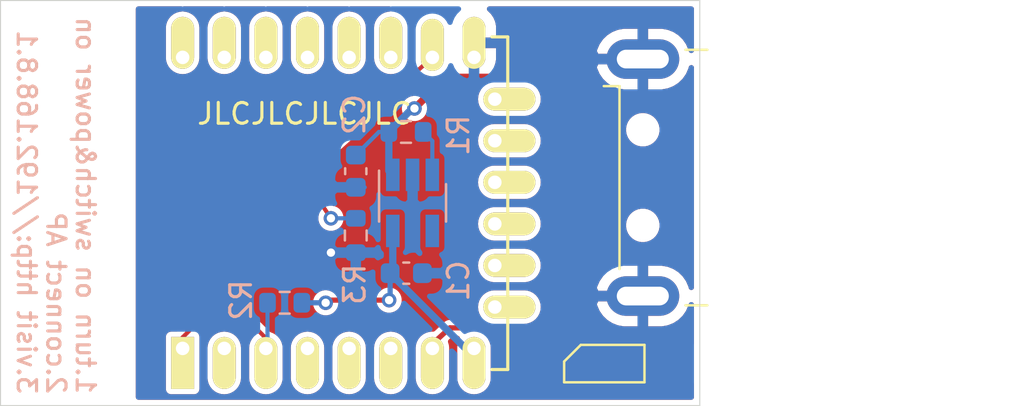
<source format=kicad_pcb>
(kicad_pcb (version 20171130) (host pcbnew "(5.1.10-0-10_14)")

  (general
    (thickness 1.6)
    (drawings 6)
    (tracks 44)
    (zones 0)
    (modules 9)
    (nets 8)
  )

  (page A4)
  (layers
    (0 F.Cu signal)
    (31 B.Cu signal)
    (32 B.Adhes user)
    (33 F.Adhes user)
    (34 B.Paste user)
    (35 F.Paste user)
    (36 B.SilkS user)
    (37 F.SilkS user)
    (38 B.Mask user)
    (39 F.Mask user)
    (40 Dwgs.User user)
    (41 Cmts.User user)
    (42 Eco1.User user)
    (43 Eco2.User user)
    (44 Edge.Cuts user)
    (45 Margin user)
    (46 B.CrtYd user)
    (47 F.CrtYd user)
    (48 B.Fab user)
    (49 F.Fab user hide)
  )

  (setup
    (last_trace_width 0.25)
    (user_trace_width 0.2)
    (user_trace_width 0.35)
    (user_trace_width 0.5)
    (user_trace_width 0.6)
    (user_trace_width 0.8)
    (user_trace_width 1)
    (user_trace_width 1.5)
    (user_trace_width 2)
    (trace_clearance 0.15)
    (zone_clearance 0.254)
    (zone_45_only no)
    (trace_min 0.15)
    (via_size 0.7)
    (via_drill 0.4)
    (via_min_size 0.4)
    (via_min_drill 0.3)
    (user_via 0.8 0.5)
    (user_via 1 0.7)
    (uvia_size 0.3)
    (uvia_drill 0.1)
    (uvias_allowed no)
    (uvia_min_size 0.2)
    (uvia_min_drill 0.1)
    (edge_width 0.05)
    (segment_width 0.2)
    (pcb_text_width 0.3)
    (pcb_text_size 1.5 1.5)
    (mod_edge_width 0.12)
    (mod_text_size 1 1)
    (mod_text_width 0.15)
    (pad_size 1.524 1.524)
    (pad_drill 0.762)
    (pad_to_mask_clearance 0.05)
    (solder_mask_min_width 0.1)
    (aux_axis_origin 114.5035 152.1655)
    (grid_origin 114.5035 151.6655)
    (visible_elements FFFFFF7F)
    (pcbplotparams
      (layerselection 0x010fc_ffffffff)
      (usegerberextensions false)
      (usegerberattributes true)
      (usegerberadvancedattributes true)
      (creategerberjobfile true)
      (excludeedgelayer true)
      (linewidth 0.100000)
      (plotframeref false)
      (viasonmask false)
      (mode 1)
      (useauxorigin false)
      (hpglpennumber 1)
      (hpglpenspeed 20)
      (hpglpendiameter 15.000000)
      (psnegative false)
      (psa4output false)
      (plotreference true)
      (plotvalue true)
      (plotinvisibletext false)
      (padsonsilk false)
      (subtractmaskfromsilk false)
      (outputformat 1)
      (mirror false)
      (drillshape 1)
      (scaleselection 1)
      (outputdirectory ""))
  )

  (net 0 "")
  (net 1 GND)
  (net 2 /3.3V)
  (net 3 VCC)
  (net 4 "Net-(R1-Pad1)")
  (net 5 /SW)
  (net 6 "Net-(R2-Pad1)")
  (net 7 "Net-(R3-Pad2)")

  (net_class Default "This is the default net class."
    (clearance 0.15)
    (trace_width 0.25)
    (via_dia 0.7)
    (via_drill 0.4)
    (uvia_dia 0.3)
    (uvia_drill 0.1)
    (diff_pair_width 0.28)
    (diff_pair_gap 0.15)
    (add_net /3.3V)
    (add_net /SW)
    (add_net GND)
    (add_net "Net-(R1-Pad1)")
    (add_net "Net-(R2-Pad1)")
    (add_net "Net-(R3-Pad2)")
    (add_net VCC)
  )

  (module Slip-Switch:SW_SMT_1P (layer F.Cu) (tedit 61A6D100) (tstamp 61A525C9)
    (at 143.5135 150.1463 270)
    (path /61A70DC0)
    (attr smd)
    (fp_text reference SW1 (at -1.9 0) (layer F.SilkS) hide
      (effects (font (size 1 1) (thickness 0.15)))
    )
    (fp_text value SW_DIP_x01 (at 0 0 90) (layer F.Fab)
      (effects (font (size 1 1) (thickness 0.15)))
    )
    (fp_line (start -0.65 4.18) (end -0.65 -4.18) (layer F.CrtYd) (width 0.05))
    (fp_line (start 0.65 4.18) (end -0.65 4.18) (layer F.CrtYd) (width 0.05))
    (fp_line (start 0.65 -4.18) (end 0.65 4.18) (layer F.CrtYd) (width 0.05))
    (fp_line (start -0.65 -4.18) (end 0.65 -4.18) (layer F.CrtYd) (width 0.05))
    (fp_line (start 0.9 1.93) (end -0.1 1.93) (layer F.SilkS) (width 0.12))
    (fp_line (start 0.9 -1.93) (end 0.9 1.93) (layer F.SilkS) (width 0.12))
    (fp_line (start -0.9 -1.93) (end 0.9 -1.93) (layer F.SilkS) (width 0.12))
    (fp_line (start -0.9 1.13) (end -0.9 -1.93) (layer F.SilkS) (width 0.12))
    (fp_line (start -0.1 1.93) (end -0.9 1.13) (layer F.SilkS) (width 0.12))
    (pad 1 smd rect (at 0 3.18 270) (size 0.8 1.5) (layers F.Cu F.Paste F.Mask)
      (net 5 /SW))
    (pad 2 smd rect (at 0 -3.18 270) (size 0.8 1.5) (layers F.Cu F.Paste F.Mask)
      (net 1 GND))
  )

  (module Connector_USB:USB_A_CNCTech_1001-011-01101_Horizontal (layer F.Cu) (tedit 61A104E8) (tstamp 619FE920)
    (at 152.2635 141.197)
    (descr "USB type A Plug, Horizontal, http://cnctech.us/pdfs/1001-011-01101.pdf")
    (tags USB-A)
    (path /61728D12)
    (attr smd)
    (fp_text reference J1 (at -8.96 11.5685) (layer F.SilkS) hide
      (effects (font (size 1 1) (thickness 0.15)))
    )
    (fp_text value USB_A (at 0 8 180) (layer F.Fab)
      (effects (font (size 1 1) (thickness 0.15)))
    )
    (fp_line (start -7.25 -4) (end -7.25 -3.05) (layer F.Fab) (width 0.1))
    (fp_line (start -7.75 -3.5) (end -7.25 -4) (layer F.Fab) (width 0.1))
    (fp_line (start -7.75 -3.5) (end -7.25 -3) (layer F.Fab) (width 0.1))
    (fp_line (start -8.02 -4.4) (end -8.775 -4.4) (layer F.SilkS) (width 0.12))
    (fp_line (start -11.4 4.55) (end -9.15 4.55) (layer F.CrtYd) (width 0.05))
    (fp_line (start -9.15 4.55) (end -9.15 7.15) (layer F.CrtYd) (width 0.05))
    (fp_line (start -9.15 7.15) (end -4.65 7.15) (layer F.CrtYd) (width 0.05))
    (fp_line (start -4.65 7.15) (end -4.65 6.52) (layer F.CrtYd) (width 0.05))
    (fp_line (start -4.65 6.52) (end 11.4 6.52) (layer F.CrtYd) (width 0.05))
    (fp_line (start 11.4 6.52) (end 11.4 -6.52) (layer F.CrtYd) (width 0.05))
    (fp_line (start -4.65 -6.52) (end 11.4 -6.52) (layer F.CrtYd) (width 0.05))
    (fp_line (start -4.65 -6.52) (end -4.65 -7.15) (layer F.CrtYd) (width 0.05))
    (fp_line (start -9.15 -7.15) (end -4.65 -7.15) (layer F.CrtYd) (width 0.05))
    (fp_line (start -9.15 -7.15) (end -9.15 -4.55) (layer F.CrtYd) (width 0.05))
    (fp_line (start -11.4 -4.55) (end -9.15 -4.55) (layer F.CrtYd) (width 0.05))
    (fp_line (start -11.4 4.55) (end -11.4 -4.55) (layer F.CrtYd) (width 0.05))
    (fp_line (start -4.85 6.145) (end -3.8 6.145) (layer F.SilkS) (width 0.12))
    (fp_line (start -4.85 -6.145) (end -3.8 -6.145) (layer F.SilkS) (width 0.12))
    (fp_line (start -3.8 6.025) (end -3.8 -6.025) (layer Dwgs.User) (width 0.1))
    (fp_line (start -8.02 -4.4) (end -8.02 4.4) (layer F.SilkS) (width 0.12))
    (fp_circle (center -6.9 2.3) (end -6.9 2.8) (layer F.Fab) (width 0.1))
    (fp_circle (center -6.9 -2.3) (end -6.9 -2.8) (layer F.Fab) (width 0.1))
    (fp_line (start -10.4 -3.25) (end -7.9 -3.25) (layer F.Fab) (width 0.1))
    (fp_line (start -10.4 -3.25) (end -10.4 -3.75) (layer F.Fab) (width 0.1))
    (fp_line (start -10.4 -3.75) (end -7.9 -3.75) (layer F.Fab) (width 0.1))
    (fp_line (start -10.4 -1.25) (end -7.9 -1.25) (layer F.Fab) (width 0.1))
    (fp_line (start -10.4 -0.75) (end -7.9 -0.75) (layer F.Fab) (width 0.1))
    (fp_line (start -10.4 -0.75) (end -10.4 -1.25) (layer F.Fab) (width 0.1))
    (fp_line (start -10.4 1.25) (end -7.9 1.25) (layer F.Fab) (width 0.1))
    (fp_line (start -10.4 1.25) (end -10.4 0.75) (layer F.Fab) (width 0.1))
    (fp_line (start -10.4 0.75) (end -7.9 0.75) (layer F.Fab) (width 0.1))
    (fp_line (start -10.4 3.75) (end -7.9 3.75) (layer F.Fab) (width 0.1))
    (fp_line (start -10.4 3.25) (end -7.9 3.25) (layer F.Fab) (width 0.1))
    (fp_line (start -10.4 3.75) (end -10.4 3.25) (layer F.Fab) (width 0.1))
    (fp_line (start 10.9 6.025) (end 10.9 -6.025) (layer F.Fab) (width 0.1))
    (fp_line (start -7.9 6.025) (end 10.9 6.025) (layer F.Fab) (width 0.1))
    (fp_line (start -7.9 -6.025) (end 10.9 -6.025) (layer F.Fab) (width 0.1))
    (fp_line (start -7.9 6.025) (end -7.9 -6.025) (layer F.Fab) (width 0.1))
    (fp_text user %R (at -6 0 90) (layer F.Fab)
      (effects (font (size 1 1) (thickness 0.15)))
    )
    (fp_text user "PCB Edge" (at -4.55 -0.05 90) (layer Dwgs.User)
      (effects (font (size 0.6 0.6) (thickness 0.09)))
    )
    (pad "" np_thru_hole circle (at -6.9 2.3) (size 1.1 1.1) (drill 1.1) (layers *.Cu *.Mask))
    (pad "" np_thru_hole circle (at -6.9 -2.3) (size 1.1 1.1) (drill 1.1) (layers *.Cu *.Mask))
    (pad 5 thru_hole oval (at -6.9 5.7) (size 3.5 1.9) (drill oval 2.5 0.9) (layers *.Cu *.Mask)
      (net 1 GND))
    (pad 5 thru_hole oval (at -6.9 -5.7) (size 3.5 1.9) (drill oval 2.5 0.9) (layers *.Cu *.Mask)
      (net 1 GND))
    (pad 4 smd rect (at -9.65 3.5) (size 2.5 1.1) (layers F.Cu F.Paste F.Mask)
      (net 1 GND))
    (pad 1 smd rect (at -9.65 -3.5) (size 2.5 1.1) (layers F.Cu F.Paste F.Mask)
      (net 3 VCC))
    (pad 3 smd rect (at -9.65 1) (size 2.5 1.1) (layers F.Cu F.Paste F.Mask))
    (pad 2 smd rect (at -9.65 -1) (size 2.5 1.1) (layers F.Cu F.Paste F.Mask))
    (model "${KIPRJMOD}/lib/USB_A/USB-A-SMD_4P-L12.0-W18.8-H4.5-LS12.8 COPY.wrl"
      (offset (xyz -7.8 0 -0.3))
      (scale (xyz 1 1 1))
      (rotate (xyz 0 0 -90))
    )
  )

  (module Resistor_SMD:R_0603_1608Metric (layer B.Cu) (tedit 5F68FEEE) (tstamp 61A503DA)
    (at 128.1565 147.2205)
    (descr "Resistor SMD 0603 (1608 Metric), square (rectangular) end terminal, IPC_7351 nominal, (Body size source: IPC-SM-782 page 72, https://www.pcb-3d.com/wordpress/wp-content/uploads/ipc-sm-782a_amendment_1_and_2.pdf), generated with kicad-footprint-generator")
    (tags resistor)
    (path /61A0B374)
    (attr smd)
    (fp_text reference R2 (at -2.096 -0.127 270) (layer B.SilkS)
      (effects (font (size 1 1) (thickness 0.15)) (justify mirror))
    )
    (fp_text value 10K (at 0 -1.43) (layer B.Fab) hide
      (effects (font (size 1 1) (thickness 0.15)) (justify mirror))
    )
    (fp_line (start 1.48 -0.73) (end -1.48 -0.73) (layer B.CrtYd) (width 0.05))
    (fp_line (start 1.48 0.73) (end 1.48 -0.73) (layer B.CrtYd) (width 0.05))
    (fp_line (start -1.48 0.73) (end 1.48 0.73) (layer B.CrtYd) (width 0.05))
    (fp_line (start -1.48 -0.73) (end -1.48 0.73) (layer B.CrtYd) (width 0.05))
    (fp_line (start -0.237258 -0.5225) (end 0.237258 -0.5225) (layer B.SilkS) (width 0.12))
    (fp_line (start -0.237258 0.5225) (end 0.237258 0.5225) (layer B.SilkS) (width 0.12))
    (fp_line (start 0.8 -0.4125) (end -0.8 -0.4125) (layer B.Fab) (width 0.1))
    (fp_line (start 0.8 0.4125) (end 0.8 -0.4125) (layer B.Fab) (width 0.1))
    (fp_line (start -0.8 0.4125) (end 0.8 0.4125) (layer B.Fab) (width 0.1))
    (fp_line (start -0.8 -0.4125) (end -0.8 0.4125) (layer B.Fab) (width 0.1))
    (fp_text user %R (at 0 0) (layer B.Fab)
      (effects (font (size 0.4 0.4) (thickness 0.06)) (justify mirror))
    )
    (pad 2 smd roundrect (at 0.825 0) (size 0.8 0.95) (layers B.Cu B.Paste B.Mask) (roundrect_rratio 0.25)
      (net 2 /3.3V))
    (pad 1 smd roundrect (at -0.825 0) (size 0.8 0.95) (layers B.Cu B.Paste B.Mask) (roundrect_rratio 0.25)
      (net 6 "Net-(R2-Pad1)"))
    (model ${KISYS3DMOD}/Resistor_SMD.3dshapes/R_0603_1608Metric.wrl
      (at (xyz 0 0 0))
      (scale (xyz 1 1 1))
      (rotate (xyz 0 0 0))
    )
  )

  (module Package_TO_SOT_SMD:SOT-23-5_HandSoldering (layer B.Cu) (tedit 5A0AB76C) (tstamp 619F9957)
    (at 134.3 142.414 270)
    (descr "5-pin SOT23 package")
    (tags "SOT-23-5 hand-soldering")
    (path /61A1FBED)
    (attr smd)
    (fp_text reference U1 (at -2.206 -2.479 90) (layer B.SilkS) hide
      (effects (font (size 1 1) (thickness 0.15)) (justify mirror))
    )
    (fp_text value RT9013-33GB (at 0 -2.9 90) (layer B.Fab) hide
      (effects (font (size 1 1) (thickness 0.15)) (justify mirror))
    )
    (fp_line (start 2.38 -1.8) (end -2.38 -1.8) (layer B.CrtYd) (width 0.05))
    (fp_line (start 2.38 -1.8) (end 2.38 1.8) (layer B.CrtYd) (width 0.05))
    (fp_line (start -2.38 1.8) (end -2.38 -1.8) (layer B.CrtYd) (width 0.05))
    (fp_line (start -2.38 1.8) (end 2.38 1.8) (layer B.CrtYd) (width 0.05))
    (fp_line (start 0.9 1.55) (end 0.9 -1.55) (layer B.Fab) (width 0.1))
    (fp_line (start 0.9 -1.55) (end -0.9 -1.55) (layer B.Fab) (width 0.1))
    (fp_line (start -0.9 0.9) (end -0.9 -1.55) (layer B.Fab) (width 0.1))
    (fp_line (start 0.9 1.55) (end -0.25 1.55) (layer B.Fab) (width 0.1))
    (fp_line (start -0.9 0.9) (end -0.25 1.55) (layer B.Fab) (width 0.1))
    (fp_line (start 0.9 1.61) (end -1.55 1.61) (layer B.SilkS) (width 0.12))
    (fp_line (start -0.9 -1.61) (end 0.9 -1.61) (layer B.SilkS) (width 0.12))
    (fp_text user %R (at 0 0 180) (layer B.Fab)
      (effects (font (size 0.5 0.5) (thickness 0.075)) (justify mirror))
    )
    (pad 5 smd rect (at 1.35 0.95 270) (size 1.56 0.65) (layers B.Cu B.Paste B.Mask)
      (net 2 /3.3V))
    (pad 4 smd rect (at 1.35 -0.95 270) (size 1.56 0.65) (layers B.Cu B.Paste B.Mask))
    (pad 3 smd rect (at -1.35 -0.95 270) (size 1.56 0.65) (layers B.Cu B.Paste B.Mask)
      (net 4 "Net-(R1-Pad1)"))
    (pad 2 smd rect (at -1.35 0 270) (size 1.56 0.65) (layers B.Cu B.Paste B.Mask)
      (net 1 GND))
    (pad 1 smd rect (at -1.35 0.95 270) (size 1.56 0.65) (layers B.Cu B.Paste B.Mask)
      (net 3 VCC))
    (model ${KISYS3DMOD}/Package_TO_SOT_SMD.3dshapes/SOT-23-5.wrl
      (at (xyz 0 0 0))
      (scale (xyz 1 1 1))
      (rotate (xyz 0 0 0))
    )
  )

  (module Resistor_SMD:R_0603_1608Metric (layer B.Cu) (tedit 5F68FEEE) (tstamp 61A3C87D)
    (at 131.572 143.9825 90)
    (descr "Resistor SMD 0603 (1608 Metric), square (rectangular) end terminal, IPC_7351 nominal, (Body size source: IPC-SM-782 page 72, https://www.pcb-3d.com/wordpress/wp-content/uploads/ipc-sm-782a_amendment_1_and_2.pdf), generated with kicad-footprint-generator")
    (tags resistor)
    (path /617B9117)
    (attr smd)
    (fp_text reference R3 (at -2.349 -0.0505 270) (layer B.SilkS)
      (effects (font (size 1 1) (thickness 0.15)) (justify mirror))
    )
    (fp_text value 10K (at 0 -1.43 90) (layer B.Fab) hide
      (effects (font (size 1 1) (thickness 0.15)) (justify mirror))
    )
    (fp_line (start 1.48 -0.73) (end -1.48 -0.73) (layer B.CrtYd) (width 0.05))
    (fp_line (start 1.48 0.73) (end 1.48 -0.73) (layer B.CrtYd) (width 0.05))
    (fp_line (start -1.48 0.73) (end 1.48 0.73) (layer B.CrtYd) (width 0.05))
    (fp_line (start -1.48 -0.73) (end -1.48 0.73) (layer B.CrtYd) (width 0.05))
    (fp_line (start -0.237258 -0.5225) (end 0.237258 -0.5225) (layer B.SilkS) (width 0.12))
    (fp_line (start -0.237258 0.5225) (end 0.237258 0.5225) (layer B.SilkS) (width 0.12))
    (fp_line (start 0.8 -0.4125) (end -0.8 -0.4125) (layer B.Fab) (width 0.1))
    (fp_line (start 0.8 0.4125) (end 0.8 -0.4125) (layer B.Fab) (width 0.1))
    (fp_line (start -0.8 0.4125) (end 0.8 0.4125) (layer B.Fab) (width 0.1))
    (fp_line (start -0.8 -0.4125) (end -0.8 0.4125) (layer B.Fab) (width 0.1))
    (fp_text user %R (at 0 0 90) (layer B.Fab)
      (effects (font (size 0.4 0.4) (thickness 0.06)) (justify mirror))
    )
    (pad 2 smd roundrect (at 0.825 0 90) (size 0.8 0.95) (layers B.Cu B.Paste B.Mask) (roundrect_rratio 0.25)
      (net 7 "Net-(R3-Pad2)"))
    (pad 1 smd roundrect (at -0.825 0 90) (size 0.8 0.95) (layers B.Cu B.Paste B.Mask) (roundrect_rratio 0.25)
      (net 1 GND))
    (model ${KISYS3DMOD}/Resistor_SMD.3dshapes/R_0603_1608Metric.wrl
      (at (xyz 0 0 0))
      (scale (xyz 1 1 1))
      (rotate (xyz 0 0 0))
    )
  )

  (module Resistor_SMD:R_0603_1608Metric (layer B.Cu) (tedit 5F68FEEE) (tstamp 619FA07F)
    (at 133.9855 139.0015 180)
    (descr "Resistor SMD 0603 (1608 Metric), square (rectangular) end terminal, IPC_7351 nominal, (Body size source: IPC-SM-782 page 72, https://www.pcb-3d.com/wordpress/wp-content/uploads/ipc-sm-782a_amendment_1_and_2.pdf), generated with kicad-footprint-generator")
    (tags resistor)
    (path /61A30525)
    (attr smd)
    (fp_text reference R1 (at -2.518 -0.164 90) (layer B.SilkS)
      (effects (font (size 1 1) (thickness 0.15)) (justify mirror))
    )
    (fp_text value 10K (at 0 -1.43) (layer B.Fab) hide
      (effects (font (size 1 1) (thickness 0.15)) (justify mirror))
    )
    (fp_line (start 1.48 -0.73) (end -1.48 -0.73) (layer B.CrtYd) (width 0.05))
    (fp_line (start 1.48 0.73) (end 1.48 -0.73) (layer B.CrtYd) (width 0.05))
    (fp_line (start -1.48 0.73) (end 1.48 0.73) (layer B.CrtYd) (width 0.05))
    (fp_line (start -1.48 -0.73) (end -1.48 0.73) (layer B.CrtYd) (width 0.05))
    (fp_line (start -0.237258 -0.5225) (end 0.237258 -0.5225) (layer B.SilkS) (width 0.12))
    (fp_line (start -0.237258 0.5225) (end 0.237258 0.5225) (layer B.SilkS) (width 0.12))
    (fp_line (start 0.8 -0.4125) (end -0.8 -0.4125) (layer B.Fab) (width 0.1))
    (fp_line (start 0.8 0.4125) (end 0.8 -0.4125) (layer B.Fab) (width 0.1))
    (fp_line (start -0.8 0.4125) (end 0.8 0.4125) (layer B.Fab) (width 0.1))
    (fp_line (start -0.8 -0.4125) (end -0.8 0.4125) (layer B.Fab) (width 0.1))
    (fp_text user %R (at 0 0) (layer B.Fab)
      (effects (font (size 0.4 0.4) (thickness 0.06)) (justify mirror))
    )
    (pad 2 smd roundrect (at 0.825 0 180) (size 0.8 0.95) (layers B.Cu B.Paste B.Mask) (roundrect_rratio 0.25)
      (net 3 VCC))
    (pad 1 smd roundrect (at -0.825 0 180) (size 0.8 0.95) (layers B.Cu B.Paste B.Mask) (roundrect_rratio 0.25)
      (net 4 "Net-(R1-Pad1)"))
    (model ${KISYS3DMOD}/Resistor_SMD.3dshapes/R_0603_1608Metric.wrl
      (at (xyz 0 0 0))
      (scale (xyz 1 1 1))
      (rotate (xyz 0 0 0))
    )
  )

  (module Capacitor_SMD:C_0603_1608Metric (layer B.Cu) (tedit 5F68FEEE) (tstamp 619F87E2)
    (at 131.572 140.8905 270)
    (descr "Capacitor SMD 0603 (1608 Metric), square (rectangular) end terminal, IPC_7351 nominal, (Body size source: IPC-SM-782 page 76, https://www.pcb-3d.com/wordpress/wp-content/uploads/ipc-sm-782a_amendment_1_and_2.pdf), generated with kicad-footprint-generator")
    (tags capacitor)
    (path /61A2AF84)
    (attr smd)
    (fp_text reference C2 (at -2.725 0.0685 90) (layer B.SilkS)
      (effects (font (size 1 1) (thickness 0.15)) (justify mirror))
    )
    (fp_text value 10uF (at 0 -1.43 90) (layer B.Fab) hide
      (effects (font (size 1 1) (thickness 0.15)) (justify mirror))
    )
    (fp_line (start 1.48 -0.73) (end -1.48 -0.73) (layer B.CrtYd) (width 0.05))
    (fp_line (start 1.48 0.73) (end 1.48 -0.73) (layer B.CrtYd) (width 0.05))
    (fp_line (start -1.48 0.73) (end 1.48 0.73) (layer B.CrtYd) (width 0.05))
    (fp_line (start -1.48 -0.73) (end -1.48 0.73) (layer B.CrtYd) (width 0.05))
    (fp_line (start -0.14058 -0.51) (end 0.14058 -0.51) (layer B.SilkS) (width 0.12))
    (fp_line (start -0.14058 0.51) (end 0.14058 0.51) (layer B.SilkS) (width 0.12))
    (fp_line (start 0.8 -0.4) (end -0.8 -0.4) (layer B.Fab) (width 0.1))
    (fp_line (start 0.8 0.4) (end 0.8 -0.4) (layer B.Fab) (width 0.1))
    (fp_line (start -0.8 0.4) (end 0.8 0.4) (layer B.Fab) (width 0.1))
    (fp_line (start -0.8 -0.4) (end -0.8 0.4) (layer B.Fab) (width 0.1))
    (fp_text user %R (at 0 0 90) (layer B.Fab)
      (effects (font (size 0.4 0.4) (thickness 0.06)) (justify mirror))
    )
    (pad 2 smd roundrect (at 0.775 0 270) (size 0.9 0.95) (layers B.Cu B.Paste B.Mask) (roundrect_rratio 0.25)
      (net 1 GND))
    (pad 1 smd roundrect (at -0.775 0 270) (size 0.9 0.95) (layers B.Cu B.Paste B.Mask) (roundrect_rratio 0.25)
      (net 3 VCC))
    (model ${KISYS3DMOD}/Capacitor_SMD.3dshapes/C_0603_1608Metric.wrl
      (at (xyz 0 0 0))
      (scale (xyz 1 1 1))
      (rotate (xyz 0 0 0))
    )
  )

  (module Capacitor_SMD:C_0603_1608Metric (layer B.Cu) (tedit 5F68FEEE) (tstamp 619F9AAB)
    (at 133.998 145.796)
    (descr "Capacitor SMD 0603 (1608 Metric), square (rectangular) end terminal, IPC_7351 nominal, (Body size source: IPC-SM-782 page 76, https://www.pcb-3d.com/wordpress/wp-content/uploads/ipc-sm-782a_amendment_1_and_2.pdf), generated with kicad-footprint-generator")
    (tags capacitor)
    (path /61A2B97E)
    (attr smd)
    (fp_text reference C1 (at 2.5055 0.3695 90) (layer B.SilkS)
      (effects (font (size 1 1) (thickness 0.15)) (justify mirror))
    )
    (fp_text value 10uF (at 0 -1.43) (layer B.Fab) hide
      (effects (font (size 1 1) (thickness 0.15)) (justify mirror))
    )
    (fp_line (start 1.48 -0.73) (end -1.48 -0.73) (layer B.CrtYd) (width 0.05))
    (fp_line (start 1.48 0.73) (end 1.48 -0.73) (layer B.CrtYd) (width 0.05))
    (fp_line (start -1.48 0.73) (end 1.48 0.73) (layer B.CrtYd) (width 0.05))
    (fp_line (start -1.48 -0.73) (end -1.48 0.73) (layer B.CrtYd) (width 0.05))
    (fp_line (start -0.14058 -0.51) (end 0.14058 -0.51) (layer B.SilkS) (width 0.12))
    (fp_line (start -0.14058 0.51) (end 0.14058 0.51) (layer B.SilkS) (width 0.12))
    (fp_line (start 0.8 -0.4) (end -0.8 -0.4) (layer B.Fab) (width 0.1))
    (fp_line (start 0.8 0.4) (end 0.8 -0.4) (layer B.Fab) (width 0.1))
    (fp_line (start -0.8 0.4) (end 0.8 0.4) (layer B.Fab) (width 0.1))
    (fp_line (start -0.8 -0.4) (end -0.8 0.4) (layer B.Fab) (width 0.1))
    (fp_text user %R (at 0 0) (layer B.Fab)
      (effects (font (size 0.4 0.4) (thickness 0.06)) (justify mirror))
    )
    (pad 2 smd roundrect (at 0.775 0) (size 0.9 0.95) (layers B.Cu B.Paste B.Mask) (roundrect_rratio 0.25)
      (net 1 GND))
    (pad 1 smd roundrect (at -0.775 0) (size 0.9 0.95) (layers B.Cu B.Paste B.Mask) (roundrect_rratio 0.25)
      (net 2 /3.3V))
    (model ${KISYS3DMOD}/Capacitor_SMD.3dshapes/C_0603_1608Metric.wrl
      (at (xyz 0 0 0))
      (scale (xyz 1 1 1))
      (rotate (xyz 0 0 0))
    )
  )

  (module ESP8266:ESP-12E locked (layer F.Cu) (tedit 58B47889) (tstamp 61A00F51)
    (at 123.2535 149.4155 90)
    (descr "Module, ESP-8266, ESP-12, 16 pad, SMD")
    (tags "Module ESP-8266 ESP8266")
    (path /617414C6)
    (fp_text reference U2 (at 0.1651 -1.7653 90) (layer F.SilkS) hide
      (effects (font (size 1 1) (thickness 0.15)))
    )
    (fp_text value ESP-12F (at 6.35 6.35 90) (layer F.Fab) hide
      (effects (font (size 1 1) (thickness 0.15)))
    )
    (fp_line (start -1.008 -8.4) (end 14.992 -8.4) (layer F.Fab) (width 0.05))
    (fp_line (start -1.008 15.6) (end -1.008 -8.4) (layer F.Fab) (width 0.05))
    (fp_line (start 14.992 15.6) (end -1.008 15.6) (layer F.Fab) (width 0.05))
    (fp_line (start 15 -8.4) (end 15 15.6) (layer F.Fab) (width 0.05))
    (fp_line (start -1.008 -2.6) (end 14.992 -2.6) (layer F.CrtYd) (width 0.1524))
    (fp_line (start -1.008 -8.4) (end 14.992 -2.6) (layer F.CrtYd) (width 0.1524))
    (fp_line (start 14.992 -8.4) (end -1.008 -2.6) (layer F.CrtYd) (width 0.1524))
    (fp_line (start 14.986 15.621) (end 14.986 14.859) (layer F.SilkS) (width 0.1524))
    (fp_line (start -1.016 15.621) (end 14.986 15.621) (layer F.SilkS) (width 0.1524))
    (fp_line (start -1.016 14.859) (end -1.016 15.621) (layer F.SilkS) (width 0.1524))
    (fp_line (start -1.016 -8.382) (end -1.016 -1.016) (layer F.CrtYd) (width 0.1524))
    (fp_line (start 14.986 -8.382) (end 14.986 -0.889) (layer F.CrtYd) (width 0.1524))
    (fp_line (start -1.016 -8.382) (end 14.986 -8.382) (layer F.CrtYd) (width 0.1524))
    (fp_line (start -2.25 16) (end -2.25 -0.5) (layer F.CrtYd) (width 0.05))
    (fp_line (start 16.25 16) (end -2.25 16) (layer F.CrtYd) (width 0.05))
    (fp_line (start 16.25 -8.75) (end 16.25 16) (layer F.CrtYd) (width 0.05))
    (fp_line (start 15.25 -8.75) (end 16.25 -8.75) (layer F.CrtYd) (width 0.05))
    (fp_line (start -2.25 -8.75) (end 15.25 -8.75) (layer F.CrtYd) (width 0.05))
    (fp_line (start -2.25 -0.5) (end -2.25 -8.75) (layer F.CrtYd) (width 0.05))
    (fp_text user "No Copper" (at 6.892 -5.4 90) (layer F.CrtYd)
      (effects (font (size 1 1) (thickness 0.15)))
    )
    (pad 22 thru_hole oval (at 11.99 15 180) (size 2.5 1.1) (drill 0.65 (offset -0.7 0)) (layers *.Cu *.Mask F.SilkS))
    (pad 21 thru_hole oval (at 9.99 15 180) (size 2.5 1.1) (drill 0.65 (offset -0.7 0)) (layers *.Cu *.Mask F.SilkS))
    (pad 20 thru_hole oval (at 7.99 15 180) (size 2.5 1.1) (drill 0.65 (offset -0.7 0)) (layers *.Cu *.Mask F.SilkS))
    (pad 19 thru_hole oval (at 5.99 15 180) (size 2.5 1.1) (drill 0.65 (offset -0.7 0)) (layers *.Cu *.Mask F.SilkS))
    (pad 18 thru_hole oval (at 3.99 15 180) (size 2.5 1.1) (drill 0.65 (offset -0.7 0)) (layers *.Cu *.Mask F.SilkS))
    (pad 17 thru_hole oval (at 1.99 15 180) (size 2.5 1.1) (drill 0.65 (offset -0.7 0)) (layers *.Cu *.Mask F.SilkS))
    (pad 16 thru_hole oval (at 14 0 90) (size 2.5 1.1) (drill 0.65 (offset 0.7 0)) (layers *.Cu *.Mask F.SilkS))
    (pad 15 thru_hole oval (at 14 2 90) (size 2.5 1.1) (drill 0.65 (offset 0.7 0)) (layers *.Cu *.Mask F.SilkS))
    (pad 14 thru_hole oval (at 14 4 90) (size 2.5 1.1) (drill 0.65 (offset 0.7 0)) (layers *.Cu *.Mask F.SilkS))
    (pad 13 thru_hole oval (at 14 6 90) (size 2.5 1.1) (drill 0.65 (offset 0.7 0)) (layers *.Cu *.Mask F.SilkS))
    (pad 12 thru_hole oval (at 14 8 90) (size 2.5 1.1) (drill 0.65 (offset 0.7 0)) (layers *.Cu *.Mask F.SilkS))
    (pad 11 thru_hole oval (at 14 10 90) (size 2.5 1.1) (drill 0.65 (offset 0.7 0)) (layers *.Cu *.Mask F.SilkS))
    (pad 10 thru_hole oval (at 14 12 90) (size 2.5 1.1) (drill 0.65 (offset 0.6 0)) (layers *.Cu *.Mask F.SilkS)
      (net 7 "Net-(R3-Pad2)"))
    (pad 9 thru_hole oval (at 14 14 90) (size 2.5 1.1) (drill 0.65 (offset 0.7 0)) (layers *.Cu *.Mask F.SilkS)
      (net 1 GND))
    (pad 8 thru_hole oval (at 0 14 90) (size 2.5 1.1) (drill 0.65 (offset -0.7 0)) (layers *.Cu *.Mask F.SilkS)
      (net 2 /3.3V))
    (pad 7 thru_hole oval (at 0 12 90) (size 2.5 1.1) (drill 0.65 (offset -0.7 0)) (layers *.Cu *.Mask F.SilkS)
      (net 5 /SW))
    (pad 6 thru_hole oval (at 0 10 90) (size 2.5 1.1) (drill 0.65 (offset -0.7 0)) (layers *.Cu *.Mask F.SilkS))
    (pad 5 thru_hole oval (at 0 8 90) (size 2.5 1.1) (drill 0.65 (offset -0.7 0)) (layers *.Cu *.Mask F.SilkS))
    (pad 4 thru_hole oval (at 0 6 90) (size 2.5 1.1) (drill 0.65 (offset -0.7 0)) (layers *.Cu *.Mask F.SilkS))
    (pad 3 thru_hole oval (at 0 4 90) (size 2.5 1.1) (drill 0.65 (offset -0.7 0)) (layers *.Cu *.Mask F.SilkS)
      (net 6 "Net-(R2-Pad1)"))
    (pad 2 thru_hole oval (at 0 2 90) (size 2.5 1.1) (drill 0.65 (offset -0.7 0)) (layers *.Cu *.Mask F.SilkS))
    (pad 1 thru_hole rect (at 0 0 90) (size 2.5 1.1) (drill 0.65 (offset -0.7 0)) (layers *.Cu *.Mask F.SilkS)
      (net 6 "Net-(R2-Pad1)"))
    (model ${ESPLIB}/ESP8266.3dshapes/ESP-12E.wrl
      (at (xyz 0 0 0))
      (scale (xyz 0.3937 0.3937 0.3937))
      (rotate (xyz 0 0 0))
    )
  )

  (gr_text JLCJLCJLCJLC (at 129.1085 138.1273) (layer F.SilkS)
    (effects (font (size 1 1) (thickness 0.15)))
  )
  (gr_text "1.turn on switch&power on\n2.connect AP\n3.visit http://192.168.8.1" (at 117.1705 151.6909 -90) (layer B.SilkS)
    (effects (font (size 0.88 0.88) (thickness 0.15)) (justify left mirror))
  )
  (gr_line (start 114.5035 132.68) (end 114.5035 152.1655) (layer Edge.Cuts) (width 0.05) (tstamp 619FAC75))
  (gr_line (start 148.1 132.68) (end 114.5035 132.68) (layer Edge.Cuts) (width 0.05))
  (gr_line (start 148.1 152.1655) (end 148.1 132.68) (layer Edge.Cuts) (width 0.05))
  (gr_line (start 114.5035 152.1655) (end 148.1 152.1655) (layer Edge.Cuts) (width 0.05))

  (segment (start 131.572 141.6655) (end 132.0035 141.6655) (width 0.2) (layer B.Cu) (net 1))
  (via (at 130.3785 144.8075) (size 0.7) (drill 0.4) (layers F.Cu B.Cu) (net 1))
  (segment (start 133.35 145.669) (end 133.223 145.796) (width 0.2) (layer B.Cu) (net 2))
  (segment (start 133.35 143.764) (end 133.35 145.669) (width 0.35) (layer B.Cu) (net 2))
  (segment (start 136.8425 149.4155) (end 137.2535 149.4155) (width 0.2) (layer B.Cu) (net 2))
  (segment (start 133.223 145.796) (end 136.8425 149.4155) (width 0.35) (layer B.Cu) (net 2))
  (segment (start 133.1235 145.6965) (end 133.223 145.796) (width 0.35) (layer B.Cu) (net 2))
  (via (at 133.1725 147.0935) (size 0.7) (drill 0.4) (layers F.Cu B.Cu) (net 2))
  (segment (start 133.223 147.043) (end 133.1725 147.0935) (width 0.25) (layer B.Cu) (net 2))
  (segment (start 133.223 145.796) (end 133.223 147.043) (width 0.25) (layer B.Cu) (net 2))
  (via (at 130.1245 147.2205) (size 0.7) (drill 0.4) (layers F.Cu B.Cu) (net 2))
  (segment (start 130.2515 147.0935) (end 130.1245 147.2205) (width 0.25) (layer F.Cu) (net 2))
  (segment (start 133.1725 147.0935) (end 130.2515 147.0935) (width 0.25) (layer F.Cu) (net 2))
  (segment (start 130.1245 147.2205) (end 128.9815 147.2205) (width 0.25) (layer B.Cu) (net 2))
  (segment (start 133.1605 140.8745) (end 133.35 141.064) (width 0.2) (layer B.Cu) (net 3))
  (segment (start 133.1605 139.0015) (end 133.1605 140.8745) (width 0.35) (layer B.Cu) (net 3))
  (segment (start 132.686 139.0015) (end 131.572 140.1155) (width 0.2) (layer B.Cu) (net 3))
  (segment (start 133.1605 139.0015) (end 132.686 139.0015) (width 0.2) (layer B.Cu) (net 3))
  (segment (start 142.3135 137.597) (end 142.3135 137.4755) (width 0.35) (layer F.Cu) (net 3))
  (segment (start 141.26699 136.3747) (end 142.3135 137.597) (width 0.35) (layer F.Cu) (net 3))
  (segment (start 135.8903 136.3747) (end 141.26699 136.3747) (width 0.35) (layer F.Cu) (net 3))
  (segment (start 134.1109 138.0511) (end 133.1605 139.0015) (width 0.35) (layer B.Cu) (net 3))
  (segment (start 134.3917 137.8733) (end 135.8903 136.3747) (width 0.35) (layer F.Cu) (net 3))
  (segment (start 134.3917 137.8733) (end 134.1109 138.0511) (width 0.35) (layer B.Cu) (net 3))
  (via (at 134.3917 137.8733) (size 0.7) (drill 0.4) (layers F.Cu B.Cu) (net 3))
  (segment (start 135.25 139.441) (end 134.8105 139.0015) (width 0.2) (layer B.Cu) (net 4))
  (segment (start 135.25 141.064) (end 135.25 139.441) (width 0.2) (layer B.Cu) (net 4))
  (segment (start 129.8705 142.3945) (end 129.8705 140.2355) (width 0.2) (layer F.Cu) (net 7))
  (segment (start 130.3785 143.1565) (end 129.8705 142.3945) (width 0.2) (layer F.Cu) (net 7))
  (segment (start 130.3785 143.1565) (end 130.6335 143.1575) (width 0.2) (layer B.Cu) (net 7))
  (segment (start 129.8705 140.2355) (end 135.2535 135.4155) (width 0.2) (layer F.Cu) (net 7))
  (segment (start 130.6335 143.1575) (end 131.572 143.1575) (width 0.2) (layer B.Cu) (net 7))
  (via (at 130.3785 143.1565) (size 0.7) (drill 0.4) (layers F.Cu B.Cu) (net 7))
  (segment (start 139.15551 148.427) (end 140.5335 150.4463) (width 0.25) (layer F.Cu) (net 5))
  (segment (start 136.0935 148.427) (end 139.15551 148.427) (width 0.25) (layer F.Cu) (net 5))
  (segment (start 135.2535 149.2035) (end 136.0935 148.427) (width 0.25) (layer F.Cu) (net 5))
  (segment (start 135.2535 149.4155) (end 135.2535 149.2035) (width 0.25) (layer F.Cu) (net 5))
  (segment (start 127.3315 149.3375) (end 127.2535 149.4155) (width 0.35) (layer B.Cu) (net 6))
  (segment (start 127.3315 147.2205) (end 127.3315 149.3375) (width 0.2) (layer B.Cu) (net 6))
  (segment (start 123.2535 149.4155) (end 123.2535 148.8845) (width 0.2) (layer F.Cu) (net 6))
  (segment (start 123.2535 148.8845) (end 124.1555 147.9825) (width 0.2) (layer F.Cu) (net 6))
  (segment (start 124.1555 147.9825) (end 126.3145 147.9825) (width 0.2) (layer F.Cu) (net 6))
  (segment (start 127.2535 148.9215) (end 127.2535 149.4155) (width 0.2) (layer F.Cu) (net 6))
  (segment (start 126.3145 147.9825) (end 127.2535 148.9215) (width 0.2) (layer F.Cu) (net 6))

  (zone (net 1) (net_name GND) (layer F.Cu) (tstamp 61A50380) (hatch edge 0.508)
    (connect_pads (clearance 0.254))
    (min_thickness 0.254)
    (fill yes (arc_segments 32) (thermal_gap 0.508) (thermal_bridge_width 0.508))
    (polygon
      (pts
        (xy 148.0315 152.0465) (xy 121.0035 152.0465) (xy 121.0035 132.7425) (xy 148.0315 132.7425)
      )
    )
    (filled_polygon
      (pts
        (xy 123.070992 133.097971) (xy 122.895498 133.151207) (xy 122.733762 133.237657) (xy 122.591999 133.353999) (xy 122.475657 133.495763)
        (xy 122.389207 133.657499) (xy 122.335971 133.832993) (xy 122.3225 133.96977) (xy 122.322501 135.461231) (xy 122.335972 135.598008)
        (xy 122.389208 135.773502) (xy 122.475658 135.935238) (xy 122.592 136.077001) (xy 122.733763 136.193343) (xy 122.895499 136.279793)
        (xy 123.070993 136.333029) (xy 123.2535 136.351004) (xy 123.436008 136.333029) (xy 123.611502 136.279793) (xy 123.773238 136.193343)
        (xy 123.915001 136.077001) (xy 124.031343 135.935238) (xy 124.117793 135.773502) (xy 124.171029 135.598008) (xy 124.1845 135.461231)
        (xy 124.1845 133.969769) (xy 124.171029 133.832992) (xy 124.117793 133.657498) (xy 124.031343 133.495762) (xy 123.915001 133.353999)
        (xy 123.773237 133.237657) (xy 123.611501 133.151207) (xy 123.436007 133.097971) (xy 123.314461 133.086) (xy 125.192539 133.086)
        (xy 125.070992 133.097971) (xy 124.895498 133.151207) (xy 124.733762 133.237657) (xy 124.591999 133.353999) (xy 124.475657 133.495763)
        (xy 124.389207 133.657499) (xy 124.335971 133.832993) (xy 124.3225 133.96977) (xy 124.322501 135.461231) (xy 124.335972 135.598008)
        (xy 124.389208 135.773502) (xy 124.475658 135.935238) (xy 124.592 136.077001) (xy 124.733763 136.193343) (xy 124.895499 136.279793)
        (xy 125.070993 136.333029) (xy 125.2535 136.351004) (xy 125.436008 136.333029) (xy 125.611502 136.279793) (xy 125.773238 136.193343)
        (xy 125.915001 136.077001) (xy 126.031343 135.935238) (xy 126.117793 135.773502) (xy 126.171029 135.598008) (xy 126.1845 135.461231)
        (xy 126.1845 133.969769) (xy 126.171029 133.832992) (xy 126.117793 133.657498) (xy 126.031343 133.495762) (xy 125.915001 133.353999)
        (xy 125.773237 133.237657) (xy 125.611501 133.151207) (xy 125.436007 133.097971) (xy 125.314461 133.086) (xy 127.192539 133.086)
        (xy 127.070992 133.097971) (xy 126.895498 133.151207) (xy 126.733762 133.237657) (xy 126.591999 133.353999) (xy 126.475657 133.495763)
        (xy 126.389207 133.657499) (xy 126.335971 133.832993) (xy 126.3225 133.96977) (xy 126.322501 135.461231) (xy 126.335972 135.598008)
        (xy 126.389208 135.773502) (xy 126.475658 135.935238) (xy 126.592 136.077001) (xy 126.733763 136.193343) (xy 126.895499 136.279793)
        (xy 127.070993 136.333029) (xy 127.2535 136.351004) (xy 127.436008 136.333029) (xy 127.611502 136.279793) (xy 127.773238 136.193343)
        (xy 127.915001 136.077001) (xy 128.031343 135.935238) (xy 128.117793 135.773502) (xy 128.171029 135.598008) (xy 128.1845 135.461231)
        (xy 128.1845 133.969769) (xy 128.171029 133.832992) (xy 128.117793 133.657498) (xy 128.031343 133.495762) (xy 127.915001 133.353999)
        (xy 127.773237 133.237657) (xy 127.611501 133.151207) (xy 127.436007 133.097971) (xy 127.314461 133.086) (xy 129.192539 133.086)
        (xy 129.070992 133.097971) (xy 128.895498 133.151207) (xy 128.733762 133.237657) (xy 128.591999 133.353999) (xy 128.475657 133.495763)
        (xy 128.389207 133.657499) (xy 128.335971 133.832993) (xy 128.3225 133.96977) (xy 128.322501 135.461231) (xy 128.335972 135.598008)
        (xy 128.389208 135.773502) (xy 128.475658 135.935238) (xy 128.592 136.077001) (xy 128.733763 136.193343) (xy 128.895499 136.279793)
        (xy 129.070993 136.333029) (xy 129.2535 136.351004) (xy 129.436008 136.333029) (xy 129.611502 136.279793) (xy 129.773238 136.193343)
        (xy 129.915001 136.077001) (xy 130.031343 135.935238) (xy 130.117793 135.773502) (xy 130.171029 135.598008) (xy 130.1845 135.461231)
        (xy 130.1845 133.969769) (xy 130.171029 133.832992) (xy 130.117793 133.657498) (xy 130.031343 133.495762) (xy 129.915001 133.353999)
        (xy 129.773237 133.237657) (xy 129.611501 133.151207) (xy 129.436007 133.097971) (xy 129.314461 133.086) (xy 131.192539 133.086)
        (xy 131.070992 133.097971) (xy 130.895498 133.151207) (xy 130.733762 133.237657) (xy 130.591999 133.353999) (xy 130.475657 133.495763)
        (xy 130.389207 133.657499) (xy 130.335971 133.832993) (xy 130.3225 133.96977) (xy 130.322501 135.461231) (xy 130.335972 135.598008)
        (xy 130.389208 135.773502) (xy 130.475658 135.935238) (xy 130.592 136.077001) (xy 130.733763 136.193343) (xy 130.895499 136.279793)
        (xy 131.070993 136.333029) (xy 131.2535 136.351004) (xy 131.436008 136.333029) (xy 131.611502 136.279793) (xy 131.773238 136.193343)
        (xy 131.915001 136.077001) (xy 132.031343 135.935238) (xy 132.117793 135.773502) (xy 132.171029 135.598008) (xy 132.1845 135.461231)
        (xy 132.1845 133.969769) (xy 132.171029 133.832992) (xy 132.117793 133.657498) (xy 132.031343 133.495762) (xy 131.915001 133.353999)
        (xy 131.773237 133.237657) (xy 131.611501 133.151207) (xy 131.436007 133.097971) (xy 131.314461 133.086) (xy 133.192539 133.086)
        (xy 133.070992 133.097971) (xy 132.895498 133.151207) (xy 132.733762 133.237657) (xy 132.591999 133.353999) (xy 132.475657 133.495763)
        (xy 132.389207 133.657499) (xy 132.335971 133.832993) (xy 132.3225 133.96977) (xy 132.322501 135.461231) (xy 132.335972 135.598008)
        (xy 132.389208 135.773502) (xy 132.475658 135.935238) (xy 132.592 136.077001) (xy 132.733763 136.193343) (xy 132.895499 136.279793)
        (xy 133.070993 136.333029) (xy 133.2535 136.351004) (xy 133.436008 136.333029) (xy 133.544492 136.30012) (xy 129.557356 139.870249)
        (xy 129.528737 139.893736) (xy 129.507093 139.920109) (xy 129.484034 139.945244) (xy 129.4771 139.956656) (xy 129.468629 139.966978)
        (xy 129.452546 139.997067) (xy 129.434834 140.026218) (xy 129.43026 140.038761) (xy 129.423965 140.050539) (xy 129.414063 140.083182)
        (xy 129.402376 140.115233) (xy 129.400336 140.128432) (xy 129.396461 140.141208) (xy 129.393119 140.175143) (xy 129.387907 140.208871)
        (xy 129.389501 140.245871) (xy 129.3895 142.370627) (xy 129.387174 142.393995) (xy 129.3895 142.417868) (xy 129.3895 142.418125)
        (xy 129.39183 142.441784) (xy 129.396362 142.488296) (xy 129.396435 142.488538) (xy 129.39646 142.488791) (xy 129.410269 142.534313)
        (xy 129.423772 142.578994) (xy 129.423889 142.579214) (xy 129.423964 142.57946) (xy 129.44653 142.621679) (xy 129.457179 142.641652)
        (xy 129.457314 142.641854) (xy 129.468628 142.663022) (xy 129.483536 142.681187) (xy 129.671609 142.963298) (xy 129.6475 143.084503)
        (xy 129.6475 143.228497) (xy 129.675592 143.369725) (xy 129.730696 143.502758) (xy 129.810695 143.622485) (xy 129.912515 143.724305)
        (xy 130.032242 143.804304) (xy 130.165275 143.859408) (xy 130.306503 143.8875) (xy 130.450497 143.8875) (xy 130.591725 143.859408)
        (xy 130.724758 143.804304) (xy 130.844485 143.724305) (xy 130.946305 143.622485) (xy 131.026304 143.502758) (xy 131.058305 143.4255)
        (xy 137.317996 143.4255) (xy 137.335971 143.608008) (xy 137.389207 143.783502) (xy 137.475657 143.945238) (xy 137.591999 144.087001)
        (xy 137.733762 144.203343) (xy 137.895498 144.289793) (xy 138.070992 144.343029) (xy 138.207769 144.3565) (xy 139.699231 144.3565)
        (xy 139.836008 144.343029) (xy 140.011502 144.289793) (xy 140.173238 144.203343) (xy 140.241892 144.147) (xy 140.725428 144.147)
        (xy 140.7285 144.41125) (xy 140.88725 144.57) (xy 142.4865 144.57) (xy 142.4865 143.67075) (xy 142.7405 143.67075)
        (xy 142.7405 144.57) (xy 144.33975 144.57) (xy 144.4985 144.41125) (xy 144.501572 144.147) (xy 144.489312 144.022518)
        (xy 144.453002 143.90282) (xy 144.394037 143.792506) (xy 144.314685 143.695815) (xy 144.217994 143.616463) (xy 144.10768 143.557498)
        (xy 143.987982 143.521188) (xy 143.8635 143.508928) (xy 142.89925 143.512) (xy 142.7405 143.67075) (xy 142.4865 143.67075)
        (xy 142.32775 143.512) (xy 141.3635 143.508928) (xy 141.239018 143.521188) (xy 141.11932 143.557498) (xy 141.009006 143.616463)
        (xy 140.912315 143.695815) (xy 140.832963 143.792506) (xy 140.773998 143.90282) (xy 140.737688 144.022518) (xy 140.725428 144.147)
        (xy 140.241892 144.147) (xy 140.315001 144.087001) (xy 140.431343 143.945238) (xy 140.517793 143.783502) (xy 140.571029 143.608008)
        (xy 140.589004 143.4255) (xy 140.587015 143.405304) (xy 144.4325 143.405304) (xy 144.4325 143.588696) (xy 144.468278 143.768563)
        (xy 144.538458 143.937994) (xy 144.640345 144.090478) (xy 144.770022 144.220155) (xy 144.922506 144.322042) (xy 145.091937 144.392222)
        (xy 145.271804 144.428) (xy 145.455196 144.428) (xy 145.635063 144.392222) (xy 145.804494 144.322042) (xy 145.956978 144.220155)
        (xy 146.086655 144.090478) (xy 146.188542 143.937994) (xy 146.258722 143.768563) (xy 146.2945 143.588696) (xy 146.2945 143.405304)
        (xy 146.258722 143.225437) (xy 146.188542 143.056006) (xy 146.086655 142.903522) (xy 145.956978 142.773845) (xy 145.804494 142.671958)
        (xy 145.635063 142.601778) (xy 145.455196 142.566) (xy 145.271804 142.566) (xy 145.091937 142.601778) (xy 144.922506 142.671958)
        (xy 144.770022 142.773845) (xy 144.640345 142.903522) (xy 144.538458 143.056006) (xy 144.468278 143.225437) (xy 144.4325 143.405304)
        (xy 140.587015 143.405304) (xy 140.571029 143.242992) (xy 140.517793 143.067498) (xy 140.431343 142.905762) (xy 140.315001 142.763999)
        (xy 140.173238 142.647657) (xy 140.011502 142.561207) (xy 139.836008 142.507971) (xy 139.699231 142.4945) (xy 138.207769 142.4945)
        (xy 138.070992 142.507971) (xy 137.895498 142.561207) (xy 137.733762 142.647657) (xy 137.591999 142.763999) (xy 137.475657 142.905762)
        (xy 137.389207 143.067498) (xy 137.335971 143.242992) (xy 137.317996 143.4255) (xy 131.058305 143.4255) (xy 131.081408 143.369725)
        (xy 131.1095 143.228497) (xy 131.1095 143.084503) (xy 131.081408 142.943275) (xy 131.026304 142.810242) (xy 130.946305 142.690515)
        (xy 130.844485 142.588695) (xy 130.724758 142.508696) (xy 130.591725 142.453592) (xy 130.472124 142.429802) (xy 130.3515 142.248867)
        (xy 130.3515 141.4255) (xy 137.317996 141.4255) (xy 137.335971 141.608008) (xy 137.389207 141.783502) (xy 137.475657 141.945238)
        (xy 137.591999 142.087001) (xy 137.733762 142.203343) (xy 137.895498 142.289793) (xy 138.070992 142.343029) (xy 138.207769 142.3565)
        (xy 139.699231 142.3565) (xy 139.836008 142.343029) (xy 140.011502 142.289793) (xy 140.173238 142.203343) (xy 140.315001 142.087001)
        (xy 140.431343 141.945238) (xy 140.517793 141.783502) (xy 140.5592 141.647) (xy 140.980657 141.647) (xy 140.980657 142.747)
        (xy 140.988013 142.821689) (xy 141.009799 142.893508) (xy 141.045178 142.959696) (xy 141.092789 143.017711) (xy 141.150804 143.065322)
        (xy 141.216992 143.100701) (xy 141.288811 143.122487) (xy 141.3635 143.129843) (xy 143.8635 143.129843) (xy 143.938189 143.122487)
        (xy 144.010008 143.100701) (xy 144.076196 143.065322) (xy 144.134211 143.017711) (xy 144.181822 142.959696) (xy 144.217201 142.893508)
        (xy 144.238987 142.821689) (xy 144.246343 142.747) (xy 144.246343 141.647) (xy 144.238987 141.572311) (xy 144.217201 141.500492)
        (xy 144.181822 141.434304) (xy 144.134211 141.376289) (xy 144.076196 141.328678) (xy 144.010008 141.293299) (xy 143.938189 141.271513)
        (xy 143.8635 141.264157) (xy 141.3635 141.264157) (xy 141.288811 141.271513) (xy 141.216992 141.293299) (xy 141.150804 141.328678)
        (xy 141.092789 141.376289) (xy 141.045178 141.434304) (xy 141.009799 141.500492) (xy 140.988013 141.572311) (xy 140.980657 141.647)
        (xy 140.5592 141.647) (xy 140.571029 141.608008) (xy 140.589004 141.4255) (xy 140.571029 141.242992) (xy 140.517793 141.067498)
        (xy 140.431343 140.905762) (xy 140.315001 140.763999) (xy 140.173238 140.647657) (xy 140.011502 140.561207) (xy 139.836008 140.507971)
        (xy 139.699231 140.4945) (xy 138.207769 140.4945) (xy 138.070992 140.507971) (xy 137.895498 140.561207) (xy 137.733762 140.647657)
        (xy 137.591999 140.763999) (xy 137.475657 140.905762) (xy 137.389207 141.067498) (xy 137.335971 141.242992) (xy 137.317996 141.4255)
        (xy 130.3515 141.4255) (xy 130.3515 140.450451) (xy 131.49617 139.4255) (xy 137.317996 139.4255) (xy 137.335971 139.608008)
        (xy 137.389207 139.783502) (xy 137.475657 139.945238) (xy 137.591999 140.087001) (xy 137.733762 140.203343) (xy 137.895498 140.289793)
        (xy 138.070992 140.343029) (xy 138.207769 140.3565) (xy 139.699231 140.3565) (xy 139.836008 140.343029) (xy 140.011502 140.289793)
        (xy 140.173238 140.203343) (xy 140.315001 140.087001) (xy 140.431343 139.945238) (xy 140.517793 139.783502) (xy 140.5592 139.647)
        (xy 140.980657 139.647) (xy 140.980657 140.747) (xy 140.988013 140.821689) (xy 141.009799 140.893508) (xy 141.045178 140.959696)
        (xy 141.092789 141.017711) (xy 141.150804 141.065322) (xy 141.216992 141.100701) (xy 141.288811 141.122487) (xy 141.3635 141.129843)
        (xy 143.8635 141.129843) (xy 143.938189 141.122487) (xy 144.010008 141.100701) (xy 144.076196 141.065322) (xy 144.134211 141.017711)
        (xy 144.181822 140.959696) (xy 144.217201 140.893508) (xy 144.238987 140.821689) (xy 144.246343 140.747) (xy 144.246343 139.647)
        (xy 144.238987 139.572311) (xy 144.217201 139.500492) (xy 144.181822 139.434304) (xy 144.134211 139.376289) (xy 144.076196 139.328678)
        (xy 144.010008 139.293299) (xy 143.938189 139.271513) (xy 143.8635 139.264157) (xy 141.3635 139.264157) (xy 141.288811 139.271513)
        (xy 141.216992 139.293299) (xy 141.150804 139.328678) (xy 141.092789 139.376289) (xy 141.045178 139.434304) (xy 141.009799 139.500492)
        (xy 140.988013 139.572311) (xy 140.980657 139.647) (xy 140.5592 139.647) (xy 140.571029 139.608008) (xy 140.589004 139.4255)
        (xy 140.571029 139.242992) (xy 140.517793 139.067498) (xy 140.431343 138.905762) (xy 140.3489 138.805304) (xy 144.4325 138.805304)
        (xy 144.4325 138.988696) (xy 144.468278 139.168563) (xy 144.538458 139.337994) (xy 144.640345 139.490478) (xy 144.770022 139.620155)
        (xy 144.922506 139.722042) (xy 145.091937 139.792222) (xy 145.271804 139.828) (xy 145.455196 139.828) (xy 145.635063 139.792222)
        (xy 145.804494 139.722042) (xy 145.956978 139.620155) (xy 146.086655 139.490478) (xy 146.188542 139.337994) (xy 146.258722 139.168563)
        (xy 146.2945 138.988696) (xy 146.2945 138.805304) (xy 146.258722 138.625437) (xy 146.188542 138.456006) (xy 146.086655 138.303522)
        (xy 145.956978 138.173845) (xy 145.804494 138.071958) (xy 145.635063 138.001778) (xy 145.455196 137.966) (xy 145.271804 137.966)
        (xy 145.091937 138.001778) (xy 144.922506 138.071958) (xy 144.770022 138.173845) (xy 144.640345 138.303522) (xy 144.538458 138.456006)
        (xy 144.468278 138.625437) (xy 144.4325 138.805304) (xy 140.3489 138.805304) (xy 140.315001 138.763999) (xy 140.173238 138.647657)
        (xy 140.011502 138.561207) (xy 139.836008 138.507971) (xy 139.699231 138.4945) (xy 138.207769 138.4945) (xy 138.070992 138.507971)
        (xy 137.895498 138.561207) (xy 137.733762 138.647657) (xy 137.591999 138.763999) (xy 137.475657 138.905762) (xy 137.389207 139.067498)
        (xy 137.335971 139.242992) (xy 137.317996 139.4255) (xy 131.49617 139.4255) (xy 134.897092 136.380276) (xy 135.051563 136.427135)
        (xy 134.336399 137.1423) (xy 134.319703 137.1423) (xy 134.178475 137.170392) (xy 134.045442 137.225496) (xy 133.925715 137.305495)
        (xy 133.823895 137.407315) (xy 133.743896 137.527042) (xy 133.688792 137.660075) (xy 133.6607 137.801303) (xy 133.6607 137.945297)
        (xy 133.688792 138.086525) (xy 133.743896 138.219558) (xy 133.823895 138.339285) (xy 133.925715 138.441105) (xy 134.045442 138.521104)
        (xy 134.178475 138.576208) (xy 134.319703 138.6043) (xy 134.463697 138.6043) (xy 134.604925 138.576208) (xy 134.737958 138.521104)
        (xy 134.857685 138.441105) (xy 134.959505 138.339285) (xy 135.039504 138.219558) (xy 135.094608 138.086525) (xy 135.1227 137.945297)
        (xy 135.1227 137.928601) (xy 136.120603 136.9307) (xy 137.462327 136.9307) (xy 137.389207 137.067498) (xy 137.335971 137.242992)
        (xy 137.317996 137.4255) (xy 137.335971 137.608008) (xy 137.389207 137.783502) (xy 137.475657 137.945238) (xy 137.591999 138.087001)
        (xy 137.733762 138.203343) (xy 137.895498 138.289793) (xy 138.070992 138.343029) (xy 138.207769 138.3565) (xy 139.699231 138.3565)
        (xy 139.836008 138.343029) (xy 140.011502 138.289793) (xy 140.173238 138.203343) (xy 140.315001 138.087001) (xy 140.431343 137.945238)
        (xy 140.517793 137.783502) (xy 140.571029 137.608008) (xy 140.589004 137.4255) (xy 140.571029 137.242992) (xy 140.517793 137.067498)
        (xy 140.444673 136.9307) (xy 141.01108 136.9307) (xy 141.033258 136.956604) (xy 141.009799 137.000492) (xy 140.988013 137.072311)
        (xy 140.980657 137.147) (xy 140.980657 138.247) (xy 140.988013 138.321689) (xy 141.009799 138.393508) (xy 141.045178 138.459696)
        (xy 141.092789 138.517711) (xy 141.150804 138.565322) (xy 141.216992 138.600701) (xy 141.288811 138.622487) (xy 141.3635 138.629843)
        (xy 143.8635 138.629843) (xy 143.938189 138.622487) (xy 144.010008 138.600701) (xy 144.076196 138.565322) (xy 144.134211 138.517711)
        (xy 144.181822 138.459696) (xy 144.217201 138.393508) (xy 144.238987 138.321689) (xy 144.246343 138.247) (xy 144.246343 137.147)
        (xy 144.238987 137.072311) (xy 144.230686 137.044945) (xy 144.4365 137.082) (xy 145.2365 137.082) (xy 145.2365 135.624)
        (xy 143.142916 135.624) (xy 143.022914 135.869588) (xy 143.050551 135.986221) (xy 143.175064 136.271983) (xy 143.352934 136.527962)
        (xy 143.577325 136.744322) (xy 143.608214 136.764157) (xy 142.332383 136.764157) (xy 141.693112 136.017504) (xy 141.662043 135.979647)
        (xy 141.636338 135.958551) (xy 141.612339 135.935532) (xy 141.594108 135.923893) (xy 141.577382 135.910166) (xy 141.548043 135.894485)
        (xy 141.520025 135.876597) (xy 141.499875 135.868738) (xy 141.480791 135.858538) (xy 141.448969 135.848885) (xy 141.417988 135.836802)
        (xy 141.396688 135.833025) (xy 141.375985 135.826745) (xy 141.342877 135.823484) (xy 141.310148 135.817681) (xy 141.261253 135.8187)
        (xy 138.370817 135.8187) (xy 138.390954 135.771242) (xy 138.4385 135.5425) (xy 138.4385 135.124412) (xy 143.022914 135.124412)
        (xy 143.142916 135.37) (xy 145.2365 135.37) (xy 145.2365 133.912) (xy 144.4365 133.912) (xy 144.129722 133.967232)
        (xy 143.839614 134.081252) (xy 143.577325 134.249678) (xy 143.352934 134.466038) (xy 143.175064 134.722017) (xy 143.050551 135.007779)
        (xy 143.022914 135.124412) (xy 138.4385 135.124412) (xy 138.4385 134.8425) (xy 137.3805 134.8425) (xy 137.3805 134.8625)
        (xy 137.1265 134.8625) (xy 137.1265 134.8425) (xy 137.1065 134.8425) (xy 137.1065 134.5885) (xy 137.1265 134.5885)
        (xy 137.1265 134.5685) (xy 137.3805 134.5685) (xy 137.3805 134.5885) (xy 138.4385 134.5885) (xy 138.4385 133.8885)
        (xy 138.390954 133.659758) (xy 138.299696 133.444687) (xy 138.168234 133.251552) (xy 138.001619 133.087775) (xy 137.998912 133.086)
        (xy 147.694001 133.086) (xy 147.694001 135.081851) (xy 147.676449 135.007779) (xy 147.551936 134.722017) (xy 147.374066 134.466038)
        (xy 147.149675 134.249678) (xy 146.887386 134.081252) (xy 146.597278 133.967232) (xy 146.2905 133.912) (xy 145.4905 133.912)
        (xy 145.4905 135.37) (xy 145.5105 135.37) (xy 145.5105 135.624) (xy 145.4905 135.624) (xy 145.4905 137.082)
        (xy 146.2905 137.082) (xy 146.597278 137.026768) (xy 146.887386 136.912748) (xy 147.149675 136.744322) (xy 147.374066 136.527962)
        (xy 147.551936 136.271983) (xy 147.676449 135.986221) (xy 147.694001 135.912149) (xy 147.694 146.481849) (xy 147.676449 146.407779)
        (xy 147.551936 146.122017) (xy 147.374066 145.866038) (xy 147.149675 145.649678) (xy 146.887386 145.481252) (xy 146.597278 145.367232)
        (xy 146.2905 145.312) (xy 145.4905 145.312) (xy 145.4905 146.77) (xy 145.5105 146.77) (xy 145.5105 147.024)
        (xy 145.4905 147.024) (xy 145.4905 148.482) (xy 146.2905 148.482) (xy 146.597278 148.426768) (xy 146.887386 148.312748)
        (xy 147.149675 148.144322) (xy 147.374066 147.927962) (xy 147.551936 147.671983) (xy 147.676449 147.386221) (xy 147.694 147.312152)
        (xy 147.694 149.160176) (xy 147.68768 149.156798) (xy 147.567982 149.120488) (xy 147.4435 149.108228) (xy 146.97925 149.1113)
        (xy 146.8205 149.27005) (xy 146.8205 150.0193) (xy 146.8405 150.0193) (xy 146.8405 150.2733) (xy 146.8205 150.2733)
        (xy 146.8205 151.02255) (xy 146.97925 151.1813) (xy 147.4435 151.184372) (xy 147.567982 151.172112) (xy 147.68768 151.135802)
        (xy 147.694 151.132424) (xy 147.694 151.7595) (xy 121.1305 151.7595) (xy 121.1305 148.8655) (xy 122.320657 148.8655)
        (xy 122.320657 151.3655) (xy 122.328013 151.440189) (xy 122.349799 151.512008) (xy 122.385178 151.578196) (xy 122.432789 151.636211)
        (xy 122.490804 151.683822) (xy 122.556992 151.719201) (xy 122.628811 151.740987) (xy 122.7035 151.748343) (xy 123.8035 151.748343)
        (xy 123.878189 151.740987) (xy 123.950008 151.719201) (xy 124.016196 151.683822) (xy 124.074211 151.636211) (xy 124.121822 151.578196)
        (xy 124.157201 151.512008) (xy 124.178987 151.440189) (xy 124.186343 151.3655) (xy 124.186343 149.36977) (xy 124.3225 149.36977)
        (xy 124.322501 150.861231) (xy 124.335972 150.998008) (xy 124.389208 151.173502) (xy 124.475658 151.335238) (xy 124.592 151.477001)
        (xy 124.733763 151.593343) (xy 124.895499 151.679793) (xy 125.070993 151.733029) (xy 125.2535 151.751004) (xy 125.436008 151.733029)
        (xy 125.611502 151.679793) (xy 125.773238 151.593343) (xy 125.915001 151.477001) (xy 126.031343 151.335238) (xy 126.117793 151.173502)
        (xy 126.171029 150.998008) (xy 126.1845 150.861231) (xy 126.1845 149.369769) (xy 126.171029 149.232992) (xy 126.117793 149.057498)
        (xy 126.031343 148.895762) (xy 125.915001 148.753999) (xy 125.773237 148.637657) (xy 125.611501 148.551207) (xy 125.436007 148.497971)
        (xy 125.2535 148.479996) (xy 125.070992 148.497971) (xy 124.895498 148.551207) (xy 124.733762 148.637657) (xy 124.591999 148.753999)
        (xy 124.475657 148.895763) (xy 124.389207 149.057499) (xy 124.335971 149.232993) (xy 124.3225 149.36977) (xy 124.186343 149.36977)
        (xy 124.186343 148.8655) (xy 124.178987 148.790811) (xy 124.157201 148.718992) (xy 124.137013 148.681223) (xy 124.354736 148.4635)
        (xy 126.115264 148.4635) (xy 126.508053 148.856289) (xy 126.475657 148.895763) (xy 126.389207 149.057499) (xy 126.335971 149.232993)
        (xy 126.3225 149.36977) (xy 126.322501 150.861231) (xy 126.335972 150.998008) (xy 126.389208 151.173502) (xy 126.475658 151.335238)
        (xy 126.592 151.477001) (xy 126.733763 151.593343) (xy 126.895499 151.679793) (xy 127.070993 151.733029) (xy 127.2535 151.751004)
        (xy 127.436008 151.733029) (xy 127.611502 151.679793) (xy 127.773238 151.593343) (xy 127.915001 151.477001) (xy 128.031343 151.335238)
        (xy 128.117793 151.173502) (xy 128.171029 150.998008) (xy 128.1845 150.861231) (xy 128.1845 149.36977) (xy 128.3225 149.36977)
        (xy 128.322501 150.861231) (xy 128.335972 150.998008) (xy 128.389208 151.173502) (xy 128.475658 151.335238) (xy 128.592 151.477001)
        (xy 128.733763 151.593343) (xy 128.895499 151.679793) (xy 129.070993 151.733029) (xy 129.2535 151.751004) (xy 129.436008 151.733029)
        (xy 129.611502 151.679793) (xy 129.773238 151.593343) (xy 129.915001 151.477001) (xy 130.031343 151.335238) (xy 130.117793 151.173502)
        (xy 130.171029 150.998008) (xy 130.1845 150.861231) (xy 130.1845 149.36977) (xy 130.3225 149.36977) (xy 130.322501 150.861231)
        (xy 130.335972 150.998008) (xy 130.389208 151.173502) (xy 130.475658 151.335238) (xy 130.592 151.477001) (xy 130.733763 151.593343)
        (xy 130.895499 151.679793) (xy 131.070993 151.733029) (xy 131.2535 151.751004) (xy 131.436008 151.733029) (xy 131.611502 151.679793)
        (xy 131.773238 151.593343) (xy 131.915001 151.477001) (xy 132.031343 151.335238) (xy 132.117793 151.173502) (xy 132.171029 150.998008)
        (xy 132.1845 150.861231) (xy 132.1845 149.36977) (xy 132.3225 149.36977) (xy 132.322501 150.861231) (xy 132.335972 150.998008)
        (xy 132.389208 151.173502) (xy 132.475658 151.335238) (xy 132.592 151.477001) (xy 132.733763 151.593343) (xy 132.895499 151.679793)
        (xy 133.070993 151.733029) (xy 133.2535 151.751004) (xy 133.436008 151.733029) (xy 133.611502 151.679793) (xy 133.773238 151.593343)
        (xy 133.915001 151.477001) (xy 134.031343 151.335238) (xy 134.117793 151.173502) (xy 134.171029 150.998008) (xy 134.1845 150.861231)
        (xy 134.1845 149.36977) (xy 134.3225 149.36977) (xy 134.322501 150.861231) (xy 134.335972 150.998008) (xy 134.389208 151.173502)
        (xy 134.475658 151.335238) (xy 134.592 151.477001) (xy 134.733763 151.593343) (xy 134.895499 151.679793) (xy 135.070993 151.733029)
        (xy 135.2535 151.751004) (xy 135.436008 151.733029) (xy 135.611502 151.679793) (xy 135.773238 151.593343) (xy 135.915001 151.477001)
        (xy 136.031343 151.335238) (xy 136.117793 151.173502) (xy 136.171029 150.998008) (xy 136.1845 150.861231) (xy 136.1845 149.369769)
        (xy 136.171029 149.232992) (xy 136.12635 149.085708) (xy 136.291546 148.933) (xy 136.455753 148.933) (xy 136.389207 149.057499)
        (xy 136.335971 149.232993) (xy 136.3225 149.36977) (xy 136.322501 150.861231) (xy 136.335972 150.998008) (xy 136.389208 151.173502)
        (xy 136.475658 151.335238) (xy 136.592 151.477001) (xy 136.733763 151.593343) (xy 136.895499 151.679793) (xy 137.070993 151.733029)
        (xy 137.2535 151.751004) (xy 137.436008 151.733029) (xy 137.611502 151.679793) (xy 137.773238 151.593343) (xy 137.915001 151.477001)
        (xy 138.031343 151.335238) (xy 138.117793 151.173502) (xy 138.171029 150.998008) (xy 138.1845 150.861231) (xy 138.1845 149.369769)
        (xy 138.171029 149.232992) (xy 138.117793 149.057498) (xy 138.051247 148.933) (xy 138.888219 148.933) (xy 139.283141 149.511716)
        (xy 139.265178 149.533604) (xy 139.229799 149.599792) (xy 139.208013 149.671611) (xy 139.200657 149.7463) (xy 139.200657 150.5463)
        (xy 139.208013 150.620989) (xy 139.229799 150.692808) (xy 139.265178 150.758996) (xy 139.312789 150.817011) (xy 139.370804 150.864622)
        (xy 139.436992 150.900001) (xy 139.508811 150.921787) (xy 139.5835 150.929143) (xy 140.381855 150.929143) (xy 140.439185 150.945924)
        (xy 140.538469 150.954724) (xy 140.637562 150.943985) (xy 140.684821 150.929143) (xy 141.0835 150.929143) (xy 141.158189 150.921787)
        (xy 141.230008 150.900001) (xy 141.296196 150.864622) (xy 141.354211 150.817011) (xy 141.401822 150.758996) (xy 141.437201 150.692808)
        (xy 141.458987 150.620989) (xy 141.466343 150.5463) (xy 145.305428 150.5463) (xy 145.317688 150.670782) (xy 145.353998 150.79048)
        (xy 145.412963 150.900794) (xy 145.492315 150.997485) (xy 145.589006 151.076837) (xy 145.69932 151.135802) (xy 145.819018 151.172112)
        (xy 145.9435 151.184372) (xy 146.40775 151.1813) (xy 146.5665 151.02255) (xy 146.5665 150.2733) (xy 145.46725 150.2733)
        (xy 145.3085 150.43205) (xy 145.305428 150.5463) (xy 141.466343 150.5463) (xy 141.466343 149.7463) (xy 145.305428 149.7463)
        (xy 145.3085 149.86055) (xy 145.46725 150.0193) (xy 146.5665 150.0193) (xy 146.5665 149.27005) (xy 146.40775 149.1113)
        (xy 145.9435 149.108228) (xy 145.819018 149.120488) (xy 145.69932 149.156798) (xy 145.589006 149.215763) (xy 145.492315 149.295115)
        (xy 145.412963 149.391806) (xy 145.353998 149.50212) (xy 145.317688 149.621818) (xy 145.305428 149.7463) (xy 141.466343 149.7463)
        (xy 141.458987 149.671611) (xy 141.437201 149.599792) (xy 141.401822 149.533604) (xy 141.354211 149.475589) (xy 141.296196 149.427978)
        (xy 141.230008 149.392599) (xy 141.158189 149.370813) (xy 141.0835 149.363457) (xy 140.407148 149.363457) (xy 139.718683 148.354584)
        (xy 139.836008 148.343029) (xy 140.011502 148.289793) (xy 140.173238 148.203343) (xy 140.315001 148.087001) (xy 140.431343 147.945238)
        (xy 140.517793 147.783502) (xy 140.571029 147.608008) (xy 140.589004 147.4255) (xy 140.573649 147.269588) (xy 143.022914 147.269588)
        (xy 143.050551 147.386221) (xy 143.175064 147.671983) (xy 143.352934 147.927962) (xy 143.577325 148.144322) (xy 143.839614 148.312748)
        (xy 144.129722 148.426768) (xy 144.4365 148.482) (xy 145.2365 148.482) (xy 145.2365 147.024) (xy 143.142916 147.024)
        (xy 143.022914 147.269588) (xy 140.573649 147.269588) (xy 140.571029 147.242992) (xy 140.517793 147.067498) (xy 140.431343 146.905762)
        (xy 140.315001 146.763999) (xy 140.173238 146.647657) (xy 140.011502 146.561207) (xy 139.836008 146.507971) (xy 139.699231 146.4945)
        (xy 138.207769 146.4945) (xy 138.070992 146.507971) (xy 137.895498 146.561207) (xy 137.733762 146.647657) (xy 137.591999 146.763999)
        (xy 137.475657 146.905762) (xy 137.389207 147.067498) (xy 137.335971 147.242992) (xy 137.317996 147.4255) (xy 137.335971 147.608008)
        (xy 137.389207 147.783502) (xy 137.462701 147.921) (xy 136.128322 147.921) (xy 136.113457 147.918944) (xy 136.078595 147.921)
        (xy 136.068646 147.921) (xy 136.0538 147.922462) (xy 136.013957 147.924812) (xy 136.004265 147.927341) (xy 135.994307 147.928322)
        (xy 135.956127 147.939903) (xy 135.917514 147.94998) (xy 135.90851 147.954348) (xy 135.898925 147.957255) (xy 135.863714 147.976076)
        (xy 135.827833 147.99348) (xy 135.819855 147.999519) (xy 135.811021 148.004241) (xy 135.780169 148.029561) (xy 135.768274 148.038565)
        (xy 135.760969 148.045318) (xy 135.733973 148.067473) (xy 135.724452 148.079074) (xy 135.287159 148.483311) (xy 135.2535 148.479996)
        (xy 135.070992 148.497971) (xy 134.895498 148.551207) (xy 134.733762 148.637657) (xy 134.591999 148.753999) (xy 134.475657 148.895763)
        (xy 134.389207 149.057499) (xy 134.335971 149.232993) (xy 134.3225 149.36977) (xy 134.1845 149.36977) (xy 134.1845 149.369769)
        (xy 134.171029 149.232992) (xy 134.117793 149.057498) (xy 134.031343 148.895762) (xy 133.915001 148.753999) (xy 133.773237 148.637657)
        (xy 133.611501 148.551207) (xy 133.436007 148.497971) (xy 133.2535 148.479996) (xy 133.070992 148.497971) (xy 132.895498 148.551207)
        (xy 132.733762 148.637657) (xy 132.591999 148.753999) (xy 132.475657 148.895763) (xy 132.389207 149.057499) (xy 132.335971 149.232993)
        (xy 132.3225 149.36977) (xy 132.1845 149.36977) (xy 132.1845 149.369769) (xy 132.171029 149.232992) (xy 132.117793 149.057498)
        (xy 132.031343 148.895762) (xy 131.915001 148.753999) (xy 131.773237 148.637657) (xy 131.611501 148.551207) (xy 131.436007 148.497971)
        (xy 131.2535 148.479996) (xy 131.070992 148.497971) (xy 130.895498 148.551207) (xy 130.733762 148.637657) (xy 130.591999 148.753999)
        (xy 130.475657 148.895763) (xy 130.389207 149.057499) (xy 130.335971 149.232993) (xy 130.3225 149.36977) (xy 130.1845 149.36977)
        (xy 130.1845 149.369769) (xy 130.171029 149.232992) (xy 130.117793 149.057498) (xy 130.031343 148.895762) (xy 129.915001 148.753999)
        (xy 129.773237 148.637657) (xy 129.611501 148.551207) (xy 129.436007 148.497971) (xy 129.2535 148.479996) (xy 129.070992 148.497971)
        (xy 128.895498 148.551207) (xy 128.733762 148.637657) (xy 128.591999 148.753999) (xy 128.475657 148.895763) (xy 128.389207 149.057499)
        (xy 128.335971 149.232993) (xy 128.3225 149.36977) (xy 128.1845 149.36977) (xy 128.1845 149.369769) (xy 128.171029 149.232992)
        (xy 128.117793 149.057498) (xy 128.031343 148.895762) (xy 127.915001 148.753999) (xy 127.773237 148.637657) (xy 127.611501 148.551207)
        (xy 127.542517 148.530281) (xy 126.67133 147.659094) (xy 126.656264 147.640736) (xy 126.583022 147.580628) (xy 126.499461 147.535964)
        (xy 126.408792 147.50846) (xy 126.3145 147.499173) (xy 126.290874 147.5015) (xy 124.179126 147.5015) (xy 124.1555 147.499173)
        (xy 124.061207 147.50846) (xy 123.970538 147.535964) (xy 123.926534 147.559485) (xy 123.886978 147.580628) (xy 123.813736 147.640736)
        (xy 123.79867 147.659094) (xy 122.975107 148.482657) (xy 122.7035 148.482657) (xy 122.628811 148.490013) (xy 122.556992 148.511799)
        (xy 122.490804 148.547178) (xy 122.432789 148.594789) (xy 122.385178 148.652804) (xy 122.349799 148.718992) (xy 122.328013 148.790811)
        (xy 122.320657 148.8655) (xy 121.1305 148.8655) (xy 121.1305 147.148503) (xy 129.3935 147.148503) (xy 129.3935 147.292497)
        (xy 129.421592 147.433725) (xy 129.476696 147.566758) (xy 129.556695 147.686485) (xy 129.658515 147.788305) (xy 129.778242 147.868304)
        (xy 129.911275 147.923408) (xy 130.052503 147.9515) (xy 130.196497 147.9515) (xy 130.337725 147.923408) (xy 130.470758 147.868304)
        (xy 130.590485 147.788305) (xy 130.692305 147.686485) (xy 130.750427 147.5995) (xy 132.64471 147.5995) (xy 132.706515 147.661305)
        (xy 132.826242 147.741304) (xy 132.959275 147.796408) (xy 133.100503 147.8245) (xy 133.244497 147.8245) (xy 133.385725 147.796408)
        (xy 133.518758 147.741304) (xy 133.638485 147.661305) (xy 133.740305 147.559485) (xy 133.820304 147.439758) (xy 133.875408 147.306725)
        (xy 133.9035 147.165497) (xy 133.9035 147.021503) (xy 133.875408 146.880275) (xy 133.820304 146.747242) (xy 133.740305 146.627515)
        (xy 133.638485 146.525695) (xy 133.518758 146.445696) (xy 133.385725 146.390592) (xy 133.244497 146.3625) (xy 133.100503 146.3625)
        (xy 132.959275 146.390592) (xy 132.826242 146.445696) (xy 132.706515 146.525695) (xy 132.64471 146.5875) (xy 130.492914 146.5875)
        (xy 130.470758 146.572696) (xy 130.337725 146.517592) (xy 130.196497 146.4895) (xy 130.052503 146.4895) (xy 129.911275 146.517592)
        (xy 129.778242 146.572696) (xy 129.658515 146.652695) (xy 129.556695 146.754515) (xy 129.476696 146.874242) (xy 129.421592 147.007275)
        (xy 129.3935 147.148503) (xy 121.1305 147.148503) (xy 121.1305 145.4255) (xy 137.317996 145.4255) (xy 137.335971 145.608008)
        (xy 137.389207 145.783502) (xy 137.475657 145.945238) (xy 137.591999 146.087001) (xy 137.733762 146.203343) (xy 137.895498 146.289793)
        (xy 138.070992 146.343029) (xy 138.207769 146.3565) (xy 139.699231 146.3565) (xy 139.836008 146.343029) (xy 140.011502 146.289793)
        (xy 140.173238 146.203343) (xy 140.315001 146.087001) (xy 140.431343 145.945238) (xy 140.517793 145.783502) (xy 140.571029 145.608008)
        (xy 140.589004 145.4255) (xy 140.571424 145.247) (xy 140.725428 145.247) (xy 140.737688 145.371482) (xy 140.773998 145.49118)
        (xy 140.832963 145.601494) (xy 140.912315 145.698185) (xy 141.009006 145.777537) (xy 141.11932 145.836502) (xy 141.239018 145.872812)
        (xy 141.3635 145.885072) (xy 142.32775 145.882) (xy 142.4865 145.72325) (xy 142.4865 144.824) (xy 142.7405 144.824)
        (xy 142.7405 145.72325) (xy 142.89925 145.882) (xy 143.340865 145.883407) (xy 143.175064 146.122017) (xy 143.050551 146.407779)
        (xy 143.022914 146.524412) (xy 143.142916 146.77) (xy 145.2365 146.77) (xy 145.2365 145.312) (xy 144.49517 145.312)
        (xy 144.501572 145.247) (xy 144.4985 144.98275) (xy 144.33975 144.824) (xy 142.7405 144.824) (xy 142.4865 144.824)
        (xy 140.88725 144.824) (xy 140.7285 144.98275) (xy 140.725428 145.247) (xy 140.571424 145.247) (xy 140.571029 145.242992)
        (xy 140.517793 145.067498) (xy 140.431343 144.905762) (xy 140.315001 144.763999) (xy 140.173238 144.647657) (xy 140.011502 144.561207)
        (xy 139.836008 144.507971) (xy 139.699231 144.4945) (xy 138.207769 144.4945) (xy 138.070992 144.507971) (xy 137.895498 144.561207)
        (xy 137.733762 144.647657) (xy 137.591999 144.763999) (xy 137.475657 144.905762) (xy 137.389207 145.067498) (xy 137.335971 145.242992)
        (xy 137.317996 145.4255) (xy 121.1305 145.4255) (xy 121.1305 133.086) (xy 123.192539 133.086)
      )
    )
  )
  (zone (net 1) (net_name GND) (layer B.Cu) (tstamp 61A5037D) (hatch edge 0.508)
    (connect_pads (clearance 0.254))
    (min_thickness 0.254)
    (fill yes (arc_segments 32) (thermal_gap 0.508) (thermal_bridge_width 0.508))
    (polygon
      (pts
        (xy 148.0315 152.0465) (xy 121.0035 152.0465) (xy 121.0035 132.7425) (xy 148.0315 132.7425)
      )
    )
    (filled_polygon
      (pts
        (xy 123.070992 133.097971) (xy 122.895498 133.151207) (xy 122.733762 133.237657) (xy 122.591999 133.353999) (xy 122.475657 133.495763)
        (xy 122.389207 133.657499) (xy 122.335971 133.832993) (xy 122.3225 133.96977) (xy 122.322501 135.461231) (xy 122.335972 135.598008)
        (xy 122.389208 135.773502) (xy 122.475658 135.935238) (xy 122.592 136.077001) (xy 122.733763 136.193343) (xy 122.895499 136.279793)
        (xy 123.070993 136.333029) (xy 123.2535 136.351004) (xy 123.436008 136.333029) (xy 123.611502 136.279793) (xy 123.773238 136.193343)
        (xy 123.915001 136.077001) (xy 124.031343 135.935238) (xy 124.117793 135.773502) (xy 124.171029 135.598008) (xy 124.1845 135.461231)
        (xy 124.1845 133.969769) (xy 124.171029 133.832992) (xy 124.117793 133.657498) (xy 124.031343 133.495762) (xy 123.915001 133.353999)
        (xy 123.773237 133.237657) (xy 123.611501 133.151207) (xy 123.436007 133.097971) (xy 123.314461 133.086) (xy 125.192539 133.086)
        (xy 125.070992 133.097971) (xy 124.895498 133.151207) (xy 124.733762 133.237657) (xy 124.591999 133.353999) (xy 124.475657 133.495763)
        (xy 124.389207 133.657499) (xy 124.335971 133.832993) (xy 124.3225 133.96977) (xy 124.322501 135.461231) (xy 124.335972 135.598008)
        (xy 124.389208 135.773502) (xy 124.475658 135.935238) (xy 124.592 136.077001) (xy 124.733763 136.193343) (xy 124.895499 136.279793)
        (xy 125.070993 136.333029) (xy 125.2535 136.351004) (xy 125.436008 136.333029) (xy 125.611502 136.279793) (xy 125.773238 136.193343)
        (xy 125.915001 136.077001) (xy 126.031343 135.935238) (xy 126.117793 135.773502) (xy 126.171029 135.598008) (xy 126.1845 135.461231)
        (xy 126.1845 133.969769) (xy 126.171029 133.832992) (xy 126.117793 133.657498) (xy 126.031343 133.495762) (xy 125.915001 133.353999)
        (xy 125.773237 133.237657) (xy 125.611501 133.151207) (xy 125.436007 133.097971) (xy 125.314461 133.086) (xy 127.192539 133.086)
        (xy 127.070992 133.097971) (xy 126.895498 133.151207) (xy 126.733762 133.237657) (xy 126.591999 133.353999) (xy 126.475657 133.495763)
        (xy 126.389207 133.657499) (xy 126.335971 133.832993) (xy 126.3225 133.96977) (xy 126.322501 135.461231) (xy 126.335972 135.598008)
        (xy 126.389208 135.773502) (xy 126.475658 135.935238) (xy 126.592 136.077001) (xy 126.733763 136.193343) (xy 126.895499 136.279793)
        (xy 127.070993 136.333029) (xy 127.2535 136.351004) (xy 127.436008 136.333029) (xy 127.611502 136.279793) (xy 127.773238 136.193343)
        (xy 127.915001 136.077001) (xy 128.031343 135.935238) (xy 128.117793 135.773502) (xy 128.171029 135.598008) (xy 128.1845 135.461231)
        (xy 128.1845 133.969769) (xy 128.171029 133.832992) (xy 128.117793 133.657498) (xy 128.031343 133.495762) (xy 127.915001 133.353999)
        (xy 127.773237 133.237657) (xy 127.611501 133.151207) (xy 127.436007 133.097971) (xy 127.314461 133.086) (xy 129.192539 133.086)
        (xy 129.070992 133.097971) (xy 128.895498 133.151207) (xy 128.733762 133.237657) (xy 128.591999 133.353999) (xy 128.475657 133.495763)
        (xy 128.389207 133.657499) (xy 128.335971 133.832993) (xy 128.3225 133.96977) (xy 128.322501 135.461231) (xy 128.335972 135.598008)
        (xy 128.389208 135.773502) (xy 128.475658 135.935238) (xy 128.592 136.077001) (xy 128.733763 136.193343) (xy 128.895499 136.279793)
        (xy 129.070993 136.333029) (xy 129.2535 136.351004) (xy 129.436008 136.333029) (xy 129.611502 136.279793) (xy 129.773238 136.193343)
        (xy 129.915001 136.077001) (xy 130.031343 135.935238) (xy 130.117793 135.773502) (xy 130.171029 135.598008) (xy 130.1845 135.461231)
        (xy 130.1845 133.969769) (xy 130.171029 133.832992) (xy 130.117793 133.657498) (xy 130.031343 133.495762) (xy 129.915001 133.353999)
        (xy 129.773237 133.237657) (xy 129.611501 133.151207) (xy 129.436007 133.097971) (xy 129.314461 133.086) (xy 131.192539 133.086)
        (xy 131.070992 133.097971) (xy 130.895498 133.151207) (xy 130.733762 133.237657) (xy 130.591999 133.353999) (xy 130.475657 133.495763)
        (xy 130.389207 133.657499) (xy 130.335971 133.832993) (xy 130.3225 133.96977) (xy 130.322501 135.461231) (xy 130.335972 135.598008)
        (xy 130.389208 135.773502) (xy 130.475658 135.935238) (xy 130.592 136.077001) (xy 130.733763 136.193343) (xy 130.895499 136.279793)
        (xy 131.070993 136.333029) (xy 131.2535 136.351004) (xy 131.436008 136.333029) (xy 131.611502 136.279793) (xy 131.773238 136.193343)
        (xy 131.915001 136.077001) (xy 132.031343 135.935238) (xy 132.117793 135.773502) (xy 132.171029 135.598008) (xy 132.1845 135.461231)
        (xy 132.1845 133.969769) (xy 132.171029 133.832992) (xy 132.117793 133.657498) (xy 132.031343 133.495762) (xy 131.915001 133.353999)
        (xy 131.773237 133.237657) (xy 131.611501 133.151207) (xy 131.436007 133.097971) (xy 131.314461 133.086) (xy 133.192539 133.086)
        (xy 133.070992 133.097971) (xy 132.895498 133.151207) (xy 132.733762 133.237657) (xy 132.591999 133.353999) (xy 132.475657 133.495763)
        (xy 132.389207 133.657499) (xy 132.335971 133.832993) (xy 132.3225 133.96977) (xy 132.322501 135.461231) (xy 132.335972 135.598008)
        (xy 132.389208 135.773502) (xy 132.475658 135.935238) (xy 132.592 136.077001) (xy 132.733763 136.193343) (xy 132.895499 136.279793)
        (xy 133.070993 136.333029) (xy 133.2535 136.351004) (xy 133.436008 136.333029) (xy 133.611502 136.279793) (xy 133.773238 136.193343)
        (xy 133.915001 136.077001) (xy 134.031343 135.935238) (xy 134.117793 135.773502) (xy 134.171029 135.598008) (xy 134.1845 135.461231)
        (xy 134.1845 133.969769) (xy 134.171029 133.832992) (xy 134.117793 133.657498) (xy 134.031343 133.495762) (xy 133.915001 133.353999)
        (xy 133.773237 133.237657) (xy 133.611501 133.151207) (xy 133.436007 133.097971) (xy 133.314461 133.086) (xy 136.508088 133.086)
        (xy 136.505381 133.087775) (xy 136.338766 133.251552) (xy 136.207304 133.444687) (xy 136.116046 133.659758) (xy 136.101907 133.727778)
        (xy 136.031343 133.595762) (xy 135.915001 133.453999) (xy 135.773237 133.337657) (xy 135.611501 133.251207) (xy 135.436007 133.197971)
        (xy 135.2535 133.179996) (xy 135.070992 133.197971) (xy 134.895498 133.251207) (xy 134.733762 133.337657) (xy 134.591999 133.453999)
        (xy 134.475657 133.595763) (xy 134.389207 133.757499) (xy 134.335971 133.932993) (xy 134.3225 134.06977) (xy 134.322501 135.561231)
        (xy 134.335972 135.698008) (xy 134.389208 135.873502) (xy 134.475658 136.035238) (xy 134.592 136.177001) (xy 134.733763 136.293343)
        (xy 134.895499 136.379793) (xy 135.070993 136.433029) (xy 135.2535 136.451004) (xy 135.436008 136.433029) (xy 135.611502 136.379793)
        (xy 135.773238 136.293343) (xy 135.915001 136.177001) (xy 136.031343 136.035238) (xy 136.117793 135.873502) (xy 136.135153 135.816273)
        (xy 136.207304 135.986313) (xy 136.338766 136.179448) (xy 136.505381 136.343225) (xy 136.700746 136.47135) (xy 136.917353 136.558899)
        (xy 136.943756 136.559303) (xy 137.1265 136.433861) (xy 137.1265 134.8425) (xy 137.3805 134.8425) (xy 137.3805 136.433861)
        (xy 137.563244 136.559303) (xy 137.589647 136.558899) (xy 137.806254 136.47135) (xy 138.001619 136.343225) (xy 138.168234 136.179448)
        (xy 138.299696 135.986313) (xy 138.349224 135.869588) (xy 143.022914 135.869588) (xy 143.050551 135.986221) (xy 143.175064 136.271983)
        (xy 143.352934 136.527962) (xy 143.577325 136.744322) (xy 143.839614 136.912748) (xy 144.129722 137.026768) (xy 144.4365 137.082)
        (xy 145.2365 137.082) (xy 145.2365 135.624) (xy 143.142916 135.624) (xy 143.022914 135.869588) (xy 138.349224 135.869588)
        (xy 138.390954 135.771242) (xy 138.4385 135.5425) (xy 138.4385 135.124412) (xy 143.022914 135.124412) (xy 143.142916 135.37)
        (xy 145.2365 135.37) (xy 145.2365 133.912) (xy 144.4365 133.912) (xy 144.129722 133.967232) (xy 143.839614 134.081252)
        (xy 143.577325 134.249678) (xy 143.352934 134.466038) (xy 143.175064 134.722017) (xy 143.050551 135.007779) (xy 143.022914 135.124412)
        (xy 138.4385 135.124412) (xy 138.4385 134.8425) (xy 137.3805 134.8425) (xy 137.1265 134.8425) (xy 137.1065 134.8425)
        (xy 137.1065 134.5885) (xy 137.1265 134.5885) (xy 137.1265 134.5685) (xy 137.3805 134.5685) (xy 137.3805 134.5885)
        (xy 138.4385 134.5885) (xy 138.4385 133.8885) (xy 138.390954 133.659758) (xy 138.299696 133.444687) (xy 138.168234 133.251552)
        (xy 138.001619 133.087775) (xy 137.998912 133.086) (xy 147.694001 133.086) (xy 147.694001 135.081851) (xy 147.676449 135.007779)
        (xy 147.551936 134.722017) (xy 147.374066 134.466038) (xy 147.149675 134.249678) (xy 146.887386 134.081252) (xy 146.597278 133.967232)
        (xy 146.2905 133.912) (xy 145.4905 133.912) (xy 145.4905 135.37) (xy 145.5105 135.37) (xy 145.5105 135.624)
        (xy 145.4905 135.624) (xy 145.4905 137.082) (xy 146.2905 137.082) (xy 146.597278 137.026768) (xy 146.887386 136.912748)
        (xy 147.149675 136.744322) (xy 147.374066 136.527962) (xy 147.551936 136.271983) (xy 147.676449 135.986221) (xy 147.694001 135.912149)
        (xy 147.694 146.481849) (xy 147.676449 146.407779) (xy 147.551936 146.122017) (xy 147.374066 145.866038) (xy 147.149675 145.649678)
        (xy 146.887386 145.481252) (xy 146.597278 145.367232) (xy 146.2905 145.312) (xy 145.4905 145.312) (xy 145.4905 146.77)
        (xy 145.5105 146.77) (xy 145.5105 147.024) (xy 145.4905 147.024) (xy 145.4905 148.482) (xy 146.2905 148.482)
        (xy 146.597278 148.426768) (xy 146.887386 148.312748) (xy 147.149675 148.144322) (xy 147.374066 147.927962) (xy 147.551936 147.671983)
        (xy 147.676449 147.386221) (xy 147.694 147.312152) (xy 147.694 151.7595) (xy 121.1305 151.7595) (xy 121.1305 148.8655)
        (xy 122.320657 148.8655) (xy 122.320657 151.3655) (xy 122.328013 151.440189) (xy 122.349799 151.512008) (xy 122.385178 151.578196)
        (xy 122.432789 151.636211) (xy 122.490804 151.683822) (xy 122.556992 151.719201) (xy 122.628811 151.740987) (xy 122.7035 151.748343)
        (xy 123.8035 151.748343) (xy 123.878189 151.740987) (xy 123.950008 151.719201) (xy 124.016196 151.683822) (xy 124.074211 151.636211)
        (xy 124.121822 151.578196) (xy 124.157201 151.512008) (xy 124.178987 151.440189) (xy 124.186343 151.3655) (xy 124.186343 149.36977)
        (xy 124.3225 149.36977) (xy 124.322501 150.861231) (xy 124.335972 150.998008) (xy 124.389208 151.173502) (xy 124.475658 151.335238)
        (xy 124.592 151.477001) (xy 124.733763 151.593343) (xy 124.895499 151.679793) (xy 125.070993 151.733029) (xy 125.2535 151.751004)
        (xy 125.436008 151.733029) (xy 125.611502 151.679793) (xy 125.773238 151.593343) (xy 125.915001 151.477001) (xy 126.031343 151.335238)
        (xy 126.117793 151.173502) (xy 126.171029 150.998008) (xy 126.1845 150.861231) (xy 126.1845 149.36977) (xy 126.3225 149.36977)
        (xy 126.322501 150.861231) (xy 126.335972 150.998008) (xy 126.389208 151.173502) (xy 126.475658 151.335238) (xy 126.592 151.477001)
        (xy 126.733763 151.593343) (xy 126.895499 151.679793) (xy 127.070993 151.733029) (xy 127.2535 151.751004) (xy 127.436008 151.733029)
        (xy 127.611502 151.679793) (xy 127.773238 151.593343) (xy 127.915001 151.477001) (xy 128.031343 151.335238) (xy 128.117793 151.173502)
        (xy 128.171029 150.998008) (xy 128.1845 150.861231) (xy 128.1845 149.36977) (xy 128.3225 149.36977) (xy 128.322501 150.861231)
        (xy 128.335972 150.998008) (xy 128.389208 151.173502) (xy 128.475658 151.335238) (xy 128.592 151.477001) (xy 128.733763 151.593343)
        (xy 128.895499 151.679793) (xy 129.070993 151.733029) (xy 129.2535 151.751004) (xy 129.436008 151.733029) (xy 129.611502 151.679793)
        (xy 129.773238 151.593343) (xy 129.915001 151.477001) (xy 130.031343 151.335238) (xy 130.117793 151.173502) (xy 130.171029 150.998008)
        (xy 130.1845 150.861231) (xy 130.1845 149.36977) (xy 130.3225 149.36977) (xy 130.322501 150.861231) (xy 130.335972 150.998008)
        (xy 130.389208 151.173502) (xy 130.475658 151.335238) (xy 130.592 151.477001) (xy 130.733763 151.593343) (xy 130.895499 151.679793)
        (xy 131.070993 151.733029) (xy 131.2535 151.751004) (xy 131.436008 151.733029) (xy 131.611502 151.679793) (xy 131.773238 151.593343)
        (xy 131.915001 151.477001) (xy 132.031343 151.335238) (xy 132.117793 151.173502) (xy 132.171029 150.998008) (xy 132.1845 150.861231)
        (xy 132.1845 149.36977) (xy 132.3225 149.36977) (xy 132.322501 150.861231) (xy 132.335972 150.998008) (xy 132.389208 151.173502)
        (xy 132.475658 151.335238) (xy 132.592 151.477001) (xy 132.733763 151.593343) (xy 132.895499 151.679793) (xy 133.070993 151.733029)
        (xy 133.2535 151.751004) (xy 133.436008 151.733029) (xy 133.611502 151.679793) (xy 133.773238 151.593343) (xy 133.915001 151.477001)
        (xy 134.031343 151.335238) (xy 134.117793 151.173502) (xy 134.171029 150.998008) (xy 134.1845 150.861231) (xy 134.1845 149.369769)
        (xy 134.171029 149.232992) (xy 134.117793 149.057498) (xy 134.031343 148.895762) (xy 133.915001 148.753999) (xy 133.773237 148.637657)
        (xy 133.611501 148.551207) (xy 133.436007 148.497971) (xy 133.2535 148.479996) (xy 133.070992 148.497971) (xy 132.895498 148.551207)
        (xy 132.733762 148.637657) (xy 132.591999 148.753999) (xy 132.475657 148.895763) (xy 132.389207 149.057499) (xy 132.335971 149.232993)
        (xy 132.3225 149.36977) (xy 132.1845 149.36977) (xy 132.1845 149.369769) (xy 132.171029 149.232992) (xy 132.117793 149.057498)
        (xy 132.031343 148.895762) (xy 131.915001 148.753999) (xy 131.773237 148.637657) (xy 131.611501 148.551207) (xy 131.436007 148.497971)
        (xy 131.2535 148.479996) (xy 131.070992 148.497971) (xy 130.895498 148.551207) (xy 130.733762 148.637657) (xy 130.591999 148.753999)
        (xy 130.475657 148.895763) (xy 130.389207 149.057499) (xy 130.335971 149.232993) (xy 130.3225 149.36977) (xy 130.1845 149.36977)
        (xy 130.1845 149.369769) (xy 130.171029 149.232992) (xy 130.117793 149.057498) (xy 130.031343 148.895762) (xy 129.915001 148.753999)
        (xy 129.773237 148.637657) (xy 129.611501 148.551207) (xy 129.436007 148.497971) (xy 129.2535 148.479996) (xy 129.070992 148.497971)
        (xy 128.895498 148.551207) (xy 128.733762 148.637657) (xy 128.591999 148.753999) (xy 128.475657 148.895763) (xy 128.389207 149.057499)
        (xy 128.335971 149.232993) (xy 128.3225 149.36977) (xy 128.1845 149.36977) (xy 128.1845 149.369769) (xy 128.171029 149.232992)
        (xy 128.117793 149.057498) (xy 128.031343 148.895762) (xy 127.915001 148.753999) (xy 127.8125 148.669879) (xy 127.8125 148.002999)
        (xy 127.85531 147.980116) (xy 127.943632 147.907632) (xy 128.016116 147.81931) (xy 128.069977 147.718544) (xy 128.103144 147.609207)
        (xy 128.114343 147.4955) (xy 128.114343 146.9455) (xy 128.198657 146.9455) (xy 128.198657 147.4955) (xy 128.209856 147.609207)
        (xy 128.243023 147.718544) (xy 128.296884 147.81931) (xy 128.369368 147.907632) (xy 128.45769 147.980116) (xy 128.558456 148.033977)
        (xy 128.667793 148.067144) (xy 128.7815 148.078343) (xy 129.1815 148.078343) (xy 129.295207 148.067144) (xy 129.404544 148.033977)
        (xy 129.50531 147.980116) (xy 129.593632 147.907632) (xy 129.666116 147.81931) (xy 129.676327 147.800207) (xy 129.778242 147.868304)
        (xy 129.911275 147.923408) (xy 130.052503 147.9515) (xy 130.196497 147.9515) (xy 130.337725 147.923408) (xy 130.470758 147.868304)
        (xy 130.590485 147.788305) (xy 130.692305 147.686485) (xy 130.772304 147.566758) (xy 130.827408 147.433725) (xy 130.8555 147.292497)
        (xy 130.8555 147.148503) (xy 130.827408 147.007275) (xy 130.772304 146.874242) (xy 130.692305 146.754515) (xy 130.590485 146.652695)
        (xy 130.470758 146.572696) (xy 130.337725 146.517592) (xy 130.196497 146.4895) (xy 130.052503 146.4895) (xy 129.911275 146.517592)
        (xy 129.778242 146.572696) (xy 129.676327 146.640793) (xy 129.666116 146.62169) (xy 129.593632 146.533368) (xy 129.50531 146.460884)
        (xy 129.404544 146.407023) (xy 129.295207 146.373856) (xy 129.1815 146.362657) (xy 128.7815 146.362657) (xy 128.667793 146.373856)
        (xy 128.558456 146.407023) (xy 128.45769 146.460884) (xy 128.369368 146.533368) (xy 128.296884 146.62169) (xy 128.243023 146.722456)
        (xy 128.209856 146.831793) (xy 128.198657 146.9455) (xy 128.114343 146.9455) (xy 128.103144 146.831793) (xy 128.069977 146.722456)
        (xy 128.016116 146.62169) (xy 127.943632 146.533368) (xy 127.85531 146.460884) (xy 127.754544 146.407023) (xy 127.645207 146.373856)
        (xy 127.5315 146.362657) (xy 127.1315 146.362657) (xy 127.017793 146.373856) (xy 126.908456 146.407023) (xy 126.80769 146.460884)
        (xy 126.719368 146.533368) (xy 126.646884 146.62169) (xy 126.593023 146.722456) (xy 126.559856 146.831793) (xy 126.548657 146.9455)
        (xy 126.548657 147.4955) (xy 126.559856 147.609207) (xy 126.593023 147.718544) (xy 126.646884 147.81931) (xy 126.719368 147.907632)
        (xy 126.80769 147.980116) (xy 126.8505 148.002999) (xy 126.850501 148.575259) (xy 126.733762 148.637657) (xy 126.591999 148.753999)
        (xy 126.475657 148.895763) (xy 126.389207 149.057499) (xy 126.335971 149.232993) (xy 126.3225 149.36977) (xy 126.1845 149.36977)
        (xy 126.1845 149.369769) (xy 126.171029 149.232992) (xy 126.117793 149.057498) (xy 126.031343 148.895762) (xy 125.915001 148.753999)
        (xy 125.773237 148.637657) (xy 125.611501 148.551207) (xy 125.436007 148.497971) (xy 125.2535 148.479996) (xy 125.070992 148.497971)
        (xy 124.895498 148.551207) (xy 124.733762 148.637657) (xy 124.591999 148.753999) (xy 124.475657 148.895763) (xy 124.389207 149.057499)
        (xy 124.335971 149.232993) (xy 124.3225 149.36977) (xy 124.186343 149.36977) (xy 124.186343 148.8655) (xy 124.178987 148.790811)
        (xy 124.157201 148.718992) (xy 124.121822 148.652804) (xy 124.074211 148.594789) (xy 124.016196 148.547178) (xy 123.950008 148.511799)
        (xy 123.878189 148.490013) (xy 123.8035 148.482657) (xy 122.7035 148.482657) (xy 122.628811 148.490013) (xy 122.556992 148.511799)
        (xy 122.490804 148.547178) (xy 122.432789 148.594789) (xy 122.385178 148.652804) (xy 122.349799 148.718992) (xy 122.328013 148.790811)
        (xy 122.320657 148.8655) (xy 121.1305 148.8655) (xy 121.1305 145.2075) (xy 130.458928 145.2075) (xy 130.471188 145.331982)
        (xy 130.507498 145.45168) (xy 130.566463 145.561994) (xy 130.645815 145.658685) (xy 130.742506 145.738037) (xy 130.85282 145.797002)
        (xy 130.972518 145.833312) (xy 131.097 145.845572) (xy 131.28625 145.8425) (xy 131.445 145.68375) (xy 131.445 144.9345)
        (xy 130.62075 144.9345) (xy 130.462 145.09325) (xy 130.458928 145.2075) (xy 121.1305 145.2075) (xy 121.1305 143.084503)
        (xy 129.6475 143.084503) (xy 129.6475 143.228497) (xy 129.675592 143.369725) (xy 129.730696 143.502758) (xy 129.810695 143.622485)
        (xy 129.912515 143.724305) (xy 130.032242 143.804304) (xy 130.165275 143.859408) (xy 130.306503 143.8875) (xy 130.450497 143.8875)
        (xy 130.591725 143.859408) (xy 130.724758 143.804304) (xy 130.844485 143.724305) (xy 130.846234 143.722556) (xy 130.884868 143.769632)
        (xy 130.919248 143.797847) (xy 130.85282 143.817998) (xy 130.742506 143.876963) (xy 130.645815 143.956315) (xy 130.566463 144.053006)
        (xy 130.507498 144.16332) (xy 130.471188 144.283018) (xy 130.458928 144.4075) (xy 130.462 144.52175) (xy 130.62075 144.6805)
        (xy 131.445 144.6805) (xy 131.445 144.6605) (xy 131.699 144.6605) (xy 131.699 144.6805) (xy 132.52325 144.6805)
        (xy 132.643734 144.560016) (xy 132.649513 144.618689) (xy 132.671299 144.690508) (xy 132.706678 144.756696) (xy 132.754289 144.814711)
        (xy 132.794001 144.847301) (xy 132.794001 144.975747) (xy 132.765389 144.984426) (xy 132.660301 145.040597) (xy 132.6433 145.05455)
        (xy 132.52325 144.9345) (xy 131.699 144.9345) (xy 131.699 145.68375) (xy 131.85775 145.8425) (xy 132.047 145.845572)
        (xy 132.171482 145.833312) (xy 132.29118 145.797002) (xy 132.390157 145.744097) (xy 132.390157 146.046) (xy 132.401837 146.164584)
        (xy 132.436426 146.278611) (xy 132.492597 146.383699) (xy 132.56819 146.47581) (xy 132.660301 146.551403) (xy 132.673664 146.558546)
        (xy 132.604695 146.627515) (xy 132.524696 146.747242) (xy 132.469592 146.880275) (xy 132.4415 147.021503) (xy 132.4415 147.165497)
        (xy 132.469592 147.306725) (xy 132.524696 147.439758) (xy 132.604695 147.559485) (xy 132.706515 147.661305) (xy 132.826242 147.741304)
        (xy 132.959275 147.796408) (xy 133.100503 147.8245) (xy 133.244497 147.8245) (xy 133.385725 147.796408) (xy 133.518758 147.741304)
        (xy 133.638485 147.661305) (xy 133.740305 147.559485) (xy 133.820304 147.439758) (xy 133.875408 147.306725) (xy 133.887356 147.246657)
        (xy 135.132602 148.491903) (xy 135.070992 148.497971) (xy 134.895498 148.551207) (xy 134.733762 148.637657) (xy 134.591999 148.753999)
        (xy 134.475657 148.895763) (xy 134.389207 149.057499) (xy 134.335971 149.232993) (xy 134.3225 149.36977) (xy 134.322501 150.861231)
        (xy 134.335972 150.998008) (xy 134.389208 151.173502) (xy 134.475658 151.335238) (xy 134.592 151.477001) (xy 134.733763 151.593343)
        (xy 134.895499 151.679793) (xy 135.070993 151.733029) (xy 135.2535 151.751004) (xy 135.436008 151.733029) (xy 135.611502 151.679793)
        (xy 135.773238 151.593343) (xy 135.915001 151.477001) (xy 136.031343 151.335238) (xy 136.117793 151.173502) (xy 136.171029 150.998008)
        (xy 136.1845 150.861231) (xy 136.1845 149.543802) (xy 136.3225 149.681802) (xy 136.322501 150.861231) (xy 136.335972 150.998008)
        (xy 136.389208 151.173502) (xy 136.475658 151.335238) (xy 136.592 151.477001) (xy 136.733763 151.593343) (xy 136.895499 151.679793)
        (xy 137.070993 151.733029) (xy 137.2535 151.751004) (xy 137.436008 151.733029) (xy 137.611502 151.679793) (xy 137.773238 151.593343)
        (xy 137.915001 151.477001) (xy 138.031343 151.335238) (xy 138.117793 151.173502) (xy 138.171029 150.998008) (xy 138.1845 150.861231)
        (xy 138.1845 149.369769) (xy 138.171029 149.232992) (xy 138.117793 149.057498) (xy 138.031343 148.895762) (xy 137.915001 148.753999)
        (xy 137.773237 148.637657) (xy 137.611501 148.551207) (xy 137.436007 148.497971) (xy 137.2535 148.479996) (xy 137.070992 148.497971)
        (xy 136.895498 148.551207) (xy 136.810136 148.596834) (xy 135.638802 147.4255) (xy 137.317996 147.4255) (xy 137.335971 147.608008)
        (xy 137.389207 147.783502) (xy 137.475657 147.945238) (xy 137.591999 148.087001) (xy 137.733762 148.203343) (xy 137.895498 148.289793)
        (xy 138.070992 148.343029) (xy 138.207769 148.3565) (xy 139.699231 148.3565) (xy 139.836008 148.343029) (xy 140.011502 148.289793)
        (xy 140.173238 148.203343) (xy 140.315001 148.087001) (xy 140.431343 147.945238) (xy 140.517793 147.783502) (xy 140.571029 147.608008)
        (xy 140.589004 147.4255) (xy 140.573649 147.269588) (xy 143.022914 147.269588) (xy 143.050551 147.386221) (xy 143.175064 147.671983)
        (xy 143.352934 147.927962) (xy 143.577325 148.144322) (xy 143.839614 148.312748) (xy 144.129722 148.426768) (xy 144.4365 148.482)
        (xy 145.2365 148.482) (xy 145.2365 147.024) (xy 143.142916 147.024) (xy 143.022914 147.269588) (xy 140.573649 147.269588)
        (xy 140.571029 147.242992) (xy 140.517793 147.067498) (xy 140.431343 146.905762) (xy 140.315001 146.763999) (xy 140.173238 146.647657)
        (xy 140.011502 146.561207) (xy 139.890207 146.524412) (xy 143.022914 146.524412) (xy 143.142916 146.77) (xy 145.2365 146.77)
        (xy 145.2365 145.312) (xy 144.4365 145.312) (xy 144.129722 145.367232) (xy 143.839614 145.481252) (xy 143.577325 145.649678)
        (xy 143.352934 145.866038) (xy 143.175064 146.122017) (xy 143.050551 146.407779) (xy 143.022914 146.524412) (xy 139.890207 146.524412)
        (xy 139.836008 146.507971) (xy 139.699231 146.4945) (xy 138.207769 146.4945) (xy 138.070992 146.507971) (xy 137.895498 146.561207)
        (xy 137.733762 146.647657) (xy 137.591999 146.763999) (xy 137.475657 146.905762) (xy 137.389207 147.067498) (xy 137.335971 147.242992)
        (xy 137.317996 147.4255) (xy 135.638802 147.4255) (xy 135.120456 146.907154) (xy 135.223 146.909072) (xy 135.347482 146.896812)
        (xy 135.46718 146.860502) (xy 135.577494 146.801537) (xy 135.674185 146.722185) (xy 135.753537 146.625494) (xy 135.812502 146.51518)
        (xy 135.848812 146.395482) (xy 135.861072 146.271) (xy 135.858 146.08175) (xy 135.69925 145.923) (xy 134.9 145.923)
        (xy 134.9 145.943) (xy 134.646 145.943) (xy 134.646 145.923) (xy 134.626 145.923) (xy 134.626 145.669)
        (xy 134.646 145.669) (xy 134.646 145.649) (xy 134.9 145.649) (xy 134.9 145.669) (xy 135.69925 145.669)
        (xy 135.858 145.51025) (xy 135.859375 145.4255) (xy 137.317996 145.4255) (xy 137.335971 145.608008) (xy 137.389207 145.783502)
        (xy 137.475657 145.945238) (xy 137.591999 146.087001) (xy 137.733762 146.203343) (xy 137.895498 146.289793) (xy 138.070992 146.343029)
        (xy 138.207769 146.3565) (xy 139.699231 146.3565) (xy 139.836008 146.343029) (xy 140.011502 146.289793) (xy 140.173238 146.203343)
        (xy 140.315001 146.087001) (xy 140.431343 145.945238) (xy 140.517793 145.783502) (xy 140.571029 145.608008) (xy 140.589004 145.4255)
        (xy 140.571029 145.242992) (xy 140.517793 145.067498) (xy 140.431343 144.905762) (xy 140.315001 144.763999) (xy 140.173238 144.647657)
        (xy 140.011502 144.561207) (xy 139.836008 144.507971) (xy 139.699231 144.4945) (xy 138.207769 144.4945) (xy 138.070992 144.507971)
        (xy 137.895498 144.561207) (xy 137.733762 144.647657) (xy 137.591999 144.763999) (xy 137.475657 144.905762) (xy 137.389207 145.067498)
        (xy 137.335971 145.242992) (xy 137.317996 145.4255) (xy 135.859375 145.4255) (xy 135.861072 145.321) (xy 135.848812 145.196518)
        (xy 135.812502 145.07682) (xy 135.753537 144.966506) (xy 135.701941 144.903636) (xy 135.721508 144.897701) (xy 135.787696 144.862322)
        (xy 135.845711 144.814711) (xy 135.893322 144.756696) (xy 135.928701 144.690508) (xy 135.950487 144.618689) (xy 135.957843 144.544)
        (xy 135.957843 143.4255) (xy 137.317996 143.4255) (xy 137.335971 143.608008) (xy 137.389207 143.783502) (xy 137.475657 143.945238)
        (xy 137.591999 144.087001) (xy 137.733762 144.203343) (xy 137.895498 144.289793) (xy 138.070992 144.343029) (xy 138.207769 144.3565)
        (xy 139.699231 144.3565) (xy 139.836008 144.343029) (xy 140.011502 144.289793) (xy 140.173238 144.203343) (xy 140.315001 144.087001)
        (xy 140.431343 143.945238) (xy 140.517793 143.783502) (xy 140.571029 143.608008) (xy 140.589004 143.4255) (xy 140.587015 143.405304)
        (xy 144.4325 143.405304) (xy 144.4325 143.588696) (xy 144.468278 143.768563) (xy 144.538458 143.937994) (xy 144.640345 144.090478)
        (xy 144.770022 144.220155) (xy 144.922506 144.322042) (xy 145.091937 144.392222) (xy 145.271804 144.428) (xy 145.455196 144.428)
        (xy 145.635063 144.392222) (xy 145.804494 144.322042) (xy 145.956978 144.220155) (xy 146.086655 144.090478) (xy 146.188542 143.937994)
        (xy 146.258722 143.768563) (xy 146.2945 143.588696) (xy 146.2945 143.405304) (xy 146.258722 143.225437) (xy 146.188542 143.056006)
        (xy 146.086655 142.903522) (xy 145.956978 142.773845) (xy 145.804494 142.671958) (xy 145.635063 142.601778) (xy 145.455196 142.566)
        (xy 145.271804 142.566) (xy 145.091937 142.601778) (xy 144.922506 142.671958) (xy 144.770022 142.773845) (xy 144.640345 142.903522)
        (xy 144.538458 143.056006) (xy 144.468278 143.225437) (xy 144.4325 143.405304) (xy 140.587015 143.405304) (xy 140.571029 143.242992)
        (xy 140.517793 143.067498) (xy 140.431343 142.905762) (xy 140.315001 142.763999) (xy 140.173238 142.647657) (xy 140.011502 142.561207)
        (xy 139.836008 142.507971) (xy 139.699231 142.4945) (xy 138.207769 142.4945) (xy 138.070992 142.507971) (xy 137.895498 142.561207)
        (xy 137.733762 142.647657) (xy 137.591999 142.763999) (xy 137.475657 142.905762) (xy 137.389207 143.067498) (xy 137.335971 143.242992)
        (xy 137.317996 143.4255) (xy 135.957843 143.4255) (xy 135.957843 142.984) (xy 135.950487 142.909311) (xy 135.928701 142.837492)
        (xy 135.893322 142.771304) (xy 135.845711 142.713289) (xy 135.787696 142.665678) (xy 135.721508 142.630299) (xy 135.649689 142.608513)
        (xy 135.575 142.601157) (xy 134.925 142.601157) (xy 134.850311 142.608513) (xy 134.778492 142.630299) (xy 134.712304 142.665678)
        (xy 134.654289 142.713289) (xy 134.606678 142.771304) (xy 134.571299 142.837492) (xy 134.549513 142.909311) (xy 134.542157 142.984)
        (xy 134.542157 144.544) (xy 134.549513 144.618689) (xy 134.571299 144.690508) (xy 134.606678 144.756696) (xy 134.645998 144.804608)
        (xy 134.645998 144.844748) (xy 134.48725 144.686) (xy 134.323 144.682928) (xy 134.198518 144.695188) (xy 134.07882 144.731498)
        (xy 133.968506 144.790463) (xy 133.959638 144.797741) (xy 133.993322 144.756696) (xy 134.028701 144.690508) (xy 134.050487 144.618689)
        (xy 134.057843 144.544) (xy 134.057843 142.984) (xy 134.050487 142.909311) (xy 134.028701 142.837492) (xy 133.993322 142.771304)
        (xy 133.945711 142.713289) (xy 133.887696 142.665678) (xy 133.821508 142.630299) (xy 133.749689 142.608513) (xy 133.675 142.601157)
        (xy 133.025 142.601157) (xy 132.950311 142.608513) (xy 132.878492 142.630299) (xy 132.812304 142.665678) (xy 132.754289 142.713289)
        (xy 132.706678 142.771304) (xy 132.671299 142.837492) (xy 132.649513 142.909311) (xy 132.642157 142.984) (xy 132.642157 144.181962)
        (xy 132.636502 144.16332) (xy 132.577537 144.053006) (xy 132.498185 143.956315) (xy 132.401494 143.876963) (xy 132.29118 143.817998)
        (xy 132.224752 143.797847) (xy 132.259132 143.769632) (xy 132.331616 143.68131) (xy 132.385477 143.580544) (xy 132.418644 143.471207)
        (xy 132.429843 143.3575) (xy 132.429843 142.9575) (xy 132.418644 142.843793) (xy 132.385477 142.734456) (xy 132.352277 142.672344)
        (xy 132.401494 142.646037) (xy 132.498185 142.566685) (xy 132.577537 142.469994) (xy 132.636502 142.35968) (xy 132.672812 142.239982)
        (xy 132.685072 142.1155) (xy 132.683149 142.012677) (xy 132.706678 142.056696) (xy 132.754289 142.114711) (xy 132.812304 142.162322)
        (xy 132.878492 142.197701) (xy 132.950311 142.219487) (xy 133.025 142.226843) (xy 133.467728 142.226843) (xy 133.523815 142.295185)
        (xy 133.620506 142.374537) (xy 133.73082 142.433502) (xy 133.850518 142.469812) (xy 133.975 142.482072) (xy 134.01425 142.479)
        (xy 134.173 142.32025) (xy 134.173 141.191) (xy 134.153 141.191) (xy 134.153 140.937) (xy 134.173 140.937)
        (xy 134.173 140.917) (xy 134.427 140.917) (xy 134.427 140.937) (xy 134.447 140.937) (xy 134.447 141.191)
        (xy 134.427 141.191) (xy 134.427 142.32025) (xy 134.58575 142.479) (xy 134.625 142.482072) (xy 134.749482 142.469812)
        (xy 134.86918 142.433502) (xy 134.979494 142.374537) (xy 135.076185 142.295185) (xy 135.132272 142.226843) (xy 135.575 142.226843)
        (xy 135.649689 142.219487) (xy 135.721508 142.197701) (xy 135.787696 142.162322) (xy 135.845711 142.114711) (xy 135.893322 142.056696)
        (xy 135.928701 141.990508) (xy 135.950487 141.918689) (xy 135.957843 141.844) (xy 135.957843 141.4255) (xy 137.317996 141.4255)
        (xy 137.335971 141.608008) (xy 137.389207 141.783502) (xy 137.475657 141.945238) (xy 137.591999 142.087001) (xy 137.733762 142.203343)
        (xy 137.895498 142.289793) (xy 138.070992 142.343029) (xy 138.207769 142.3565) (xy 139.699231 142.3565) (xy 139.836008 142.343029)
        (xy 140.011502 142.289793) (xy 140.173238 142.203343) (xy 140.315001 142.087001) (xy 140.431343 141.945238) (xy 140.517793 141.783502)
        (xy 140.571029 141.608008) (xy 140.589004 141.4255) (xy 140.571029 141.242992) (xy 140.517793 141.067498) (xy 140.431343 140.905762)
        (xy 140.315001 140.763999) (xy 140.173238 140.647657) (xy 140.011502 140.561207) (xy 139.836008 140.507971) (xy 139.699231 140.4945)
        (xy 138.207769 140.4945) (xy 138.070992 140.507971) (xy 137.895498 140.561207) (xy 137.733762 140.647657) (xy 137.591999 140.763999)
        (xy 137.475657 140.905762) (xy 137.389207 141.067498) (xy 137.335971 141.242992) (xy 137.317996 141.4255) (xy 135.957843 141.4255)
        (xy 135.957843 140.284) (xy 135.950487 140.209311) (xy 135.928701 140.137492) (xy 135.893322 140.071304) (xy 135.845711 140.013289)
        (xy 135.787696 139.965678) (xy 135.731 139.935373) (xy 135.731 139.464626) (xy 135.733327 139.441) (xy 135.731801 139.4255)
        (xy 137.317996 139.4255) (xy 137.335971 139.608008) (xy 137.389207 139.783502) (xy 137.475657 139.945238) (xy 137.591999 140.087001)
        (xy 137.733762 140.203343) (xy 137.895498 140.289793) (xy 138.070992 140.343029) (xy 138.207769 140.3565) (xy 139.699231 140.3565)
        (xy 139.836008 140.343029) (xy 140.011502 140.289793) (xy 140.173238 140.203343) (xy 140.315001 140.087001) (xy 140.431343 139.945238)
        (xy 140.517793 139.783502) (xy 140.571029 139.608008) (xy 140.589004 139.4255) (xy 140.571029 139.242992) (xy 140.517793 139.067498)
        (xy 140.431343 138.905762) (xy 140.3489 138.805304) (xy 144.4325 138.805304) (xy 144.4325 138.988696) (xy 144.468278 139.168563)
        (xy 144.538458 139.337994) (xy 144.640345 139.490478) (xy 144.770022 139.620155) (xy 144.922506 139.722042) (xy 145.091937 139.792222)
        (xy 145.271804 139.828) (xy 145.455196 139.828) (xy 145.635063 139.792222) (xy 145.804494 139.722042) (xy 145.956978 139.620155)
        (xy 146.086655 139.490478) (xy 146.188542 139.337994) (xy 146.258722 139.168563) (xy 146.2945 138.988696) (xy 146.2945 138.805304)
        (xy 146.258722 138.625437) (xy 146.188542 138.456006) (xy 146.086655 138.303522) (xy 145.956978 138.173845) (xy 145.804494 138.071958)
        (xy 145.635063 138.001778) (xy 145.455196 137.966) (xy 145.271804 137.966) (xy 145.091937 138.001778) (xy 144.922506 138.071958)
        (xy 144.770022 138.173845) (xy 144.640345 138.303522) (xy 144.538458 138.456006) (xy 144.468278 138.625437) (xy 144.4325 138.805304)
        (xy 140.3489 138.805304) (xy 140.315001 138.763999) (xy 140.173238 138.647657) (xy 140.011502 138.561207) (xy 139.836008 138.507971)
        (xy 139.699231 138.4945) (xy 138.207769 138.4945) (xy 138.070992 138.507971) (xy 137.895498 138.561207) (xy 137.733762 138.647657)
        (xy 137.591999 138.763999) (xy 137.475657 138.905762) (xy 137.389207 139.067498) (xy 137.335971 139.242992) (xy 137.317996 139.4255)
        (xy 135.731801 139.4255) (xy 135.72404 139.346707) (xy 135.713478 139.311891) (xy 135.696536 139.256039) (xy 135.651872 139.172478)
        (xy 135.593343 139.10116) (xy 135.593343 138.7265) (xy 135.582144 138.612793) (xy 135.548977 138.503456) (xy 135.495116 138.40269)
        (xy 135.422632 138.314368) (xy 135.33431 138.241884) (xy 135.233544 138.188023) (xy 135.124207 138.154856) (xy 135.068574 138.149377)
        (xy 135.094608 138.086525) (xy 135.1227 137.945297) (xy 135.1227 137.801303) (xy 135.094608 137.660075) (xy 135.039504 137.527042)
        (xy 134.971656 137.4255) (xy 137.317996 137.4255) (xy 137.335971 137.608008) (xy 137.389207 137.783502) (xy 137.475657 137.945238)
        (xy 137.591999 138.087001) (xy 137.733762 138.203343) (xy 137.895498 138.289793) (xy 138.070992 138.343029) (xy 138.207769 138.3565)
        (xy 139.699231 138.3565) (xy 139.836008 138.343029) (xy 140.011502 138.289793) (xy 140.173238 138.203343) (xy 140.315001 138.087001)
        (xy 140.431343 137.945238) (xy 140.517793 137.783502) (xy 140.571029 137.608008) (xy 140.589004 137.4255) (xy 140.571029 137.242992)
        (xy 140.517793 137.067498) (xy 140.431343 136.905762) (xy 140.315001 136.763999) (xy 140.173238 136.647657) (xy 140.011502 136.561207)
        (xy 139.836008 136.507971) (xy 139.699231 136.4945) (xy 138.207769 136.4945) (xy 138.070992 136.507971) (xy 137.895498 136.561207)
        (xy 137.733762 136.647657) (xy 137.591999 136.763999) (xy 137.475657 136.905762) (xy 137.389207 137.067498) (xy 137.335971 137.242992)
        (xy 137.317996 137.4255) (xy 134.971656 137.4255) (xy 134.959505 137.407315) (xy 134.857685 137.305495) (xy 134.737958 137.225496)
        (xy 134.604925 137.170392) (xy 134.463697 137.1423) (xy 134.319703 137.1423) (xy 134.178475 137.170392) (xy 134.045442 137.225496)
        (xy 133.925715 137.305495) (xy 133.823895 137.407315) (xy 133.743896 137.527042) (xy 133.688792 137.660075) (xy 133.68213 137.693567)
        (xy 133.232041 138.143657) (xy 132.9605 138.143657) (xy 132.846793 138.154856) (xy 132.737456 138.188023) (xy 132.63669 138.241884)
        (xy 132.548368 138.314368) (xy 132.475884 138.40269) (xy 132.422023 138.503456) (xy 132.388856 138.612793) (xy 132.38775 138.624025)
        (xy 132.344236 138.659736) (xy 132.329175 138.678088) (xy 131.724607 139.282657) (xy 131.322 139.282657) (xy 131.203416 139.294337)
        (xy 131.089389 139.328926) (xy 130.984301 139.385097) (xy 130.89219 139.46069) (xy 130.816597 139.552801) (xy 130.760426 139.657889)
        (xy 130.725837 139.771916) (xy 130.714157 139.8905) (xy 130.714157 140.3405) (xy 130.725837 140.459084) (xy 130.760426 140.573111)
        (xy 130.802945 140.652657) (xy 130.742506 140.684963) (xy 130.645815 140.764315) (xy 130.566463 140.861006) (xy 130.507498 140.97132)
        (xy 130.471188 141.091018) (xy 130.458928 141.2155) (xy 130.462 141.37975) (xy 130.62075 141.5385) (xy 131.445 141.5385)
        (xy 131.445 141.5185) (xy 131.699 141.5185) (xy 131.699 141.5385) (xy 131.719 141.5385) (xy 131.719 141.7925)
        (xy 131.699 141.7925) (xy 131.699 141.8125) (xy 131.445 141.8125) (xy 131.445 141.7925) (xy 130.62075 141.7925)
        (xy 130.462 141.95125) (xy 130.458928 142.1155) (xy 130.471188 142.239982) (xy 130.507498 142.35968) (xy 130.553647 142.446018)
        (xy 130.450497 142.4255) (xy 130.306503 142.4255) (xy 130.165275 142.453592) (xy 130.032242 142.508696) (xy 129.912515 142.588695)
        (xy 129.810695 142.690515) (xy 129.730696 142.810242) (xy 129.675592 142.943275) (xy 129.6475 143.084503) (xy 121.1305 143.084503)
        (xy 121.1305 133.086) (xy 123.192539 133.086)
      )
    )
  )
)

</source>
